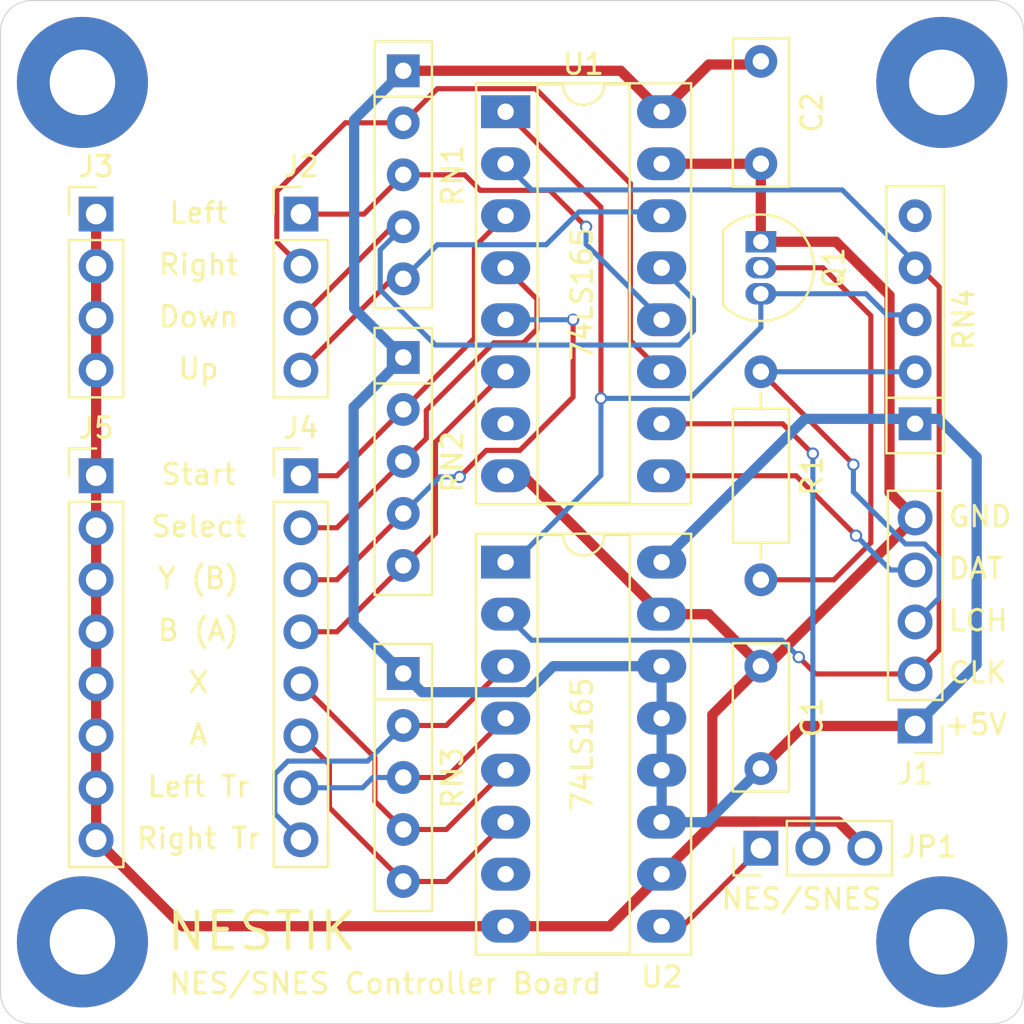
<source format=kicad_pcb>
(kicad_pcb (version 20171130) (host pcbnew 5.1.10)

  (general
    (thickness 1.6)
    (drawings 30)
    (tracks 210)
    (zones 0)
    (modules 20)
    (nets 22)
  )

  (page A4)
  (title_block
    (title Nestik)
    (date 2021-06-09)
    (rev 1)
    (company "Ozzypera Sukkoboshi")
  )

  (layers
    (0 F.Cu signal)
    (31 B.Cu signal)
    (32 B.Adhes user)
    (33 F.Adhes user)
    (34 B.Paste user)
    (35 F.Paste user)
    (36 B.SilkS user)
    (37 F.SilkS user)
    (38 B.Mask user)
    (39 F.Mask user)
    (40 Dwgs.User user)
    (41 Cmts.User user)
    (42 Eco1.User user)
    (43 Eco2.User user)
    (44 Edge.Cuts user)
    (45 Margin user)
    (46 B.CrtYd user hide)
    (47 F.CrtYd user hide)
    (48 B.Fab user hide)
    (49 F.Fab user hide)
  )

  (setup
    (last_trace_width 0.25)
    (user_trace_width 0.25)
    (user_trace_width 0.5)
    (trace_clearance 0.2)
    (zone_clearance 0.508)
    (zone_45_only no)
    (trace_min 0.2)
    (via_size 0.6)
    (via_drill 0.4)
    (via_min_size 0.4)
    (via_min_drill 0.3)
    (uvia_size 0.3)
    (uvia_drill 0.1)
    (uvias_allowed no)
    (uvia_min_size 0.2)
    (uvia_min_drill 0.1)
    (edge_width 0.05)
    (segment_width 0.2)
    (pcb_text_width 0.3)
    (pcb_text_size 1.5 1.5)
    (mod_edge_width 0.12)
    (mod_text_size 1 1)
    (mod_text_width 0.15)
    (pad_size 1.524 1.524)
    (pad_drill 0.762)
    (pad_to_mask_clearance 0)
    (aux_axis_origin 100.33 149.5425)
    (grid_origin 100.33 149.5425)
    (visible_elements FFFFFF7F)
    (pcbplotparams
      (layerselection 0x010f4_ffffffff)
      (usegerberextensions false)
      (usegerberattributes true)
      (usegerberadvancedattributes true)
      (creategerberjobfile true)
      (excludeedgelayer true)
      (linewidth 0.100000)
      (plotframeref false)
      (viasonmask false)
      (mode 1)
      (useauxorigin false)
      (hpglpennumber 1)
      (hpglpenspeed 20)
      (hpglpendiameter 15.000000)
      (psnegative false)
      (psa4output false)
      (plotreference true)
      (plotvalue true)
      (plotinvisibletext false)
      (padsonsilk false)
      (subtractmaskfromsilk false)
      (outputformat 1)
      (mirror false)
      (drillshape 0)
      (scaleselection 1)
      (outputdirectory "gerbers"))
  )

  (net 0 "")
  (net 1 VCC)
  (net 2 GND)
  (net 3 /clock)
  (net 4 /latch)
  (net 5 /data)
  (net 6 /btn_l)
  (net 7 /btn_r)
  (net 8 /btn_d)
  (net 9 /btn_u)
  (net 10 /btn_st)
  (net 11 /btn_sel)
  (net 12 /btn_y)
  (net 13 /btn_b)
  (net 14 /btn_x)
  (net 15 /btn_a)
  (net 16 /btn_fl)
  (net 17 /btn_fr)
  (net 18 "Net-(JP1-Pad1)")
  (net 19 "Net-(JP1-Pad2)")
  (net 20 "Net-(Q1-Pad2)")
  (net 21 "Net-(Q1-Pad3)")

  (net_class Default "This is the default net class."
    (clearance 0.2)
    (trace_width 0.25)
    (via_dia 0.6)
    (via_drill 0.4)
    (uvia_dia 0.3)
    (uvia_drill 0.1)
    (add_net /btn_a)
    (add_net /btn_b)
    (add_net /btn_d)
    (add_net /btn_fl)
    (add_net /btn_fr)
    (add_net /btn_l)
    (add_net /btn_r)
    (add_net /btn_sel)
    (add_net /btn_st)
    (add_net /btn_u)
    (add_net /btn_x)
    (add_net /btn_y)
    (add_net /clock)
    (add_net /data)
    (add_net /latch)
    (add_net "Net-(JP1-Pad1)")
    (add_net "Net-(JP1-Pad2)")
    (add_net "Net-(Q1-Pad2)")
    (add_net "Net-(Q1-Pad3)")
  )

  (net_class Powah ""
    (clearance 0.2)
    (trace_width 0.5)
    (via_dia 0.8)
    (via_drill 0.6)
    (uvia_dia 0.3)
    (uvia_drill 0.1)
    (add_net GND)
    (add_net VCC)
  )

  (module Capacitor_THT:C_Disc_D7.0mm_W2.5mm_P5.00mm (layer F.Cu) (tedit 5AE50EF0) (tstamp 60BA283A)
    (at 137.4648 137.08 90)
    (descr "C, Disc series, Radial, pin pitch=5.00mm, , diameter*width=7*2.5mm^2, Capacitor, http://cdn-reichelt.de/documents/datenblatt/B300/DS_KERKO_TC.pdf")
    (tags "C Disc series Radial pin pitch 5.00mm  diameter 7mm width 2.5mm Capacitor")
    (path /60FBB144)
    (fp_text reference C1 (at 2.499999 2.5 90) (layer F.SilkS)
      (effects (font (size 1 1) (thickness 0.15)))
    )
    (fp_text value 100n (at 2.5 2.5 90) (layer F.Fab)
      (effects (font (size 1 1) (thickness 0.15)))
    )
    (fp_line (start 6.25 -1.5) (end -1.25 -1.5) (layer F.CrtYd) (width 0.05))
    (fp_line (start 6.25 1.5) (end 6.25 -1.5) (layer F.CrtYd) (width 0.05))
    (fp_line (start -1.25 1.5) (end 6.25 1.5) (layer F.CrtYd) (width 0.05))
    (fp_line (start -1.25 -1.5) (end -1.25 1.5) (layer F.CrtYd) (width 0.05))
    (fp_line (start 6.12 -1.37) (end 6.12 1.37) (layer F.SilkS) (width 0.12))
    (fp_line (start -1.12 -1.37) (end -1.12 1.37) (layer F.SilkS) (width 0.12))
    (fp_line (start -1.12 1.37) (end 6.12 1.37) (layer F.SilkS) (width 0.12))
    (fp_line (start -1.12 -1.37) (end 6.12 -1.37) (layer F.SilkS) (width 0.12))
    (fp_line (start 6 -1.25) (end -1 -1.25) (layer F.Fab) (width 0.1))
    (fp_line (start 6 1.25) (end 6 -1.25) (layer F.Fab) (width 0.1))
    (fp_line (start -1 1.25) (end 6 1.25) (layer F.Fab) (width 0.1))
    (fp_line (start -1 -1.25) (end -1 1.25) (layer F.Fab) (width 0.1))
    (fp_text user %R (at 2.5 0 90) (layer F.Fab)
      (effects (font (size 1 1) (thickness 0.15)))
    )
    (pad 2 thru_hole circle (at 5 0 90) (size 1.6 1.6) (drill 0.8) (layers *.Cu *.Mask)
      (net 2 GND))
    (pad 1 thru_hole circle (at 0 0 90) (size 1.6 1.6) (drill 0.8) (layers *.Cu *.Mask)
      (net 1 VCC))
    (model ${KISYS3DMOD}/Capacitor_THT.3dshapes/C_Disc_D7.0mm_W2.5mm_P5.00mm.wrl
      (at (xyz 0 0 0))
      (scale (xyz 1 1 1))
      (rotate (xyz 0 0 0))
    )
  )

  (module Capacitor_THT:C_Disc_D7.0mm_W2.5mm_P5.00mm (layer F.Cu) (tedit 5AE50EF0) (tstamp 60BA284D)
    (at 137.4648 102.54 270)
    (descr "C, Disc series, Radial, pin pitch=5.00mm, , diameter*width=7*2.5mm^2, Capacitor, http://cdn-reichelt.de/documents/datenblatt/B300/DS_KERKO_TC.pdf")
    (tags "C Disc series Radial pin pitch 5.00mm  diameter 7mm width 2.5mm Capacitor")
    (path /60FBD9CC)
    (fp_text reference C2 (at 2.500001 -2.5 90) (layer F.SilkS)
      (effects (font (size 1 1) (thickness 0.15)))
    )
    (fp_text value 100n (at 2.5 2.5 90) (layer F.Fab)
      (effects (font (size 1 1) (thickness 0.15)))
    )
    (fp_line (start -1 -1.25) (end -1 1.25) (layer F.Fab) (width 0.1))
    (fp_line (start -1 1.25) (end 6 1.25) (layer F.Fab) (width 0.1))
    (fp_line (start 6 1.25) (end 6 -1.25) (layer F.Fab) (width 0.1))
    (fp_line (start 6 -1.25) (end -1 -1.25) (layer F.Fab) (width 0.1))
    (fp_line (start -1.12 -1.37) (end 6.12 -1.37) (layer F.SilkS) (width 0.12))
    (fp_line (start -1.12 1.37) (end 6.12 1.37) (layer F.SilkS) (width 0.12))
    (fp_line (start -1.12 -1.37) (end -1.12 1.37) (layer F.SilkS) (width 0.12))
    (fp_line (start 6.12 -1.37) (end 6.12 1.37) (layer F.SilkS) (width 0.12))
    (fp_line (start -1.25 -1.5) (end -1.25 1.5) (layer F.CrtYd) (width 0.05))
    (fp_line (start -1.25 1.5) (end 6.25 1.5) (layer F.CrtYd) (width 0.05))
    (fp_line (start 6.25 1.5) (end 6.25 -1.5) (layer F.CrtYd) (width 0.05))
    (fp_line (start 6.25 -1.5) (end -1.25 -1.5) (layer F.CrtYd) (width 0.05))
    (fp_text user %R (at 2.5 0 90) (layer F.Fab)
      (effects (font (size 1 1) (thickness 0.15)))
    )
    (pad 1 thru_hole circle (at 0 0 270) (size 1.6 1.6) (drill 0.8) (layers *.Cu *.Mask)
      (net 1 VCC))
    (pad 2 thru_hole circle (at 5 0 270) (size 1.6 1.6) (drill 0.8) (layers *.Cu *.Mask)
      (net 2 GND))
    (model ${KISYS3DMOD}/Capacitor_THT.3dshapes/C_Disc_D7.0mm_W2.5mm_P5.00mm.wrl
      (at (xyz 0 0 0))
      (scale (xyz 1 1 1))
      (rotate (xyz 0 0 0))
    )
  )

  (module Connector_PinHeader_2.54mm:PinHeader_1x05_P2.54mm_Vertical (layer F.Cu) (tedit 59FED5CC) (tstamp 60BA2866)
    (at 145 135 180)
    (descr "Through hole straight pin header, 1x05, 2.54mm pitch, single row")
    (tags "Through hole pin header THT 1x05 2.54mm single row")
    (path /61049364)
    (fp_text reference J1 (at 0 -2.33) (layer F.SilkS)
      (effects (font (size 1 1) (thickness 0.15)))
    )
    (fp_text value CONN_EXT (at 0 12.49) (layer F.Fab)
      (effects (font (size 1 1) (thickness 0.15)))
    )
    (fp_line (start -0.635 -1.27) (end 1.27 -1.27) (layer F.Fab) (width 0.1))
    (fp_line (start 1.27 -1.27) (end 1.27 11.43) (layer F.Fab) (width 0.1))
    (fp_line (start 1.27 11.43) (end -1.27 11.43) (layer F.Fab) (width 0.1))
    (fp_line (start -1.27 11.43) (end -1.27 -0.635) (layer F.Fab) (width 0.1))
    (fp_line (start -1.27 -0.635) (end -0.635 -1.27) (layer F.Fab) (width 0.1))
    (fp_line (start -1.33 11.49) (end 1.33 11.49) (layer F.SilkS) (width 0.12))
    (fp_line (start -1.33 1.27) (end -1.33 11.49) (layer F.SilkS) (width 0.12))
    (fp_line (start 1.33 1.27) (end 1.33 11.49) (layer F.SilkS) (width 0.12))
    (fp_line (start -1.33 1.27) (end 1.33 1.27) (layer F.SilkS) (width 0.12))
    (fp_line (start -1.33 0) (end -1.33 -1.33) (layer F.SilkS) (width 0.12))
    (fp_line (start -1.33 -1.33) (end 0 -1.33) (layer F.SilkS) (width 0.12))
    (fp_line (start -1.8 -1.8) (end -1.8 11.95) (layer F.CrtYd) (width 0.05))
    (fp_line (start -1.8 11.95) (end 1.8 11.95) (layer F.CrtYd) (width 0.05))
    (fp_line (start 1.8 11.95) (end 1.8 -1.8) (layer F.CrtYd) (width 0.05))
    (fp_line (start 1.8 -1.8) (end -1.8 -1.8) (layer F.CrtYd) (width 0.05))
    (fp_text user %R (at 0 5.08 90) (layer F.Fab)
      (effects (font (size 1 1) (thickness 0.15)))
    )
    (pad 1 thru_hole rect (at 0 0 180) (size 1.7 1.7) (drill 1) (layers *.Cu *.Mask)
      (net 1 VCC))
    (pad 2 thru_hole oval (at 0 2.54 180) (size 1.7 1.7) (drill 1) (layers *.Cu *.Mask)
      (net 3 /clock))
    (pad 3 thru_hole oval (at 0 5.08 180) (size 1.7 1.7) (drill 1) (layers *.Cu *.Mask)
      (net 4 /latch))
    (pad 4 thru_hole oval (at 0 7.62 180) (size 1.7 1.7) (drill 1) (layers *.Cu *.Mask)
      (net 5 /data))
    (pad 5 thru_hole oval (at 0 10.16 180) (size 1.7 1.7) (drill 1) (layers *.Cu *.Mask)
      (net 2 GND))
    (model ${KISYS3DMOD}/Connector_PinHeader_2.54mm.3dshapes/PinHeader_1x05_P2.54mm_Vertical.wrl
      (at (xyz 0 0 0))
      (scale (xyz 1 1 1))
      (rotate (xyz 0 0 0))
    )
  )

  (module Connector_PinHeader_2.54mm:PinHeader_1x04_P2.54mm_Vertical (layer F.Cu) (tedit 59FED5CC) (tstamp 60BA287E)
    (at 115 110)
    (descr "Through hole straight pin header, 1x04, 2.54mm pitch, single row")
    (tags "Through hole pin header THT 1x04 2.54mm single row")
    (path /610BF5EF)
    (fp_text reference J2 (at 0 -2.33) (layer F.SilkS)
      (effects (font (size 1 1) (thickness 0.15)))
    )
    (fp_text value CONN_DIRS (at 0 9.95) (layer F.Fab)
      (effects (font (size 1 1) (thickness 0.15)))
    )
    (fp_line (start -0.635 -1.27) (end 1.27 -1.27) (layer F.Fab) (width 0.1))
    (fp_line (start 1.27 -1.27) (end 1.27 8.89) (layer F.Fab) (width 0.1))
    (fp_line (start 1.27 8.89) (end -1.27 8.89) (layer F.Fab) (width 0.1))
    (fp_line (start -1.27 8.89) (end -1.27 -0.635) (layer F.Fab) (width 0.1))
    (fp_line (start -1.27 -0.635) (end -0.635 -1.27) (layer F.Fab) (width 0.1))
    (fp_line (start -1.33 8.95) (end 1.33 8.95) (layer F.SilkS) (width 0.12))
    (fp_line (start -1.33 1.27) (end -1.33 8.95) (layer F.SilkS) (width 0.12))
    (fp_line (start 1.33 1.27) (end 1.33 8.95) (layer F.SilkS) (width 0.12))
    (fp_line (start -1.33 1.27) (end 1.33 1.27) (layer F.SilkS) (width 0.12))
    (fp_line (start -1.33 0) (end -1.33 -1.33) (layer F.SilkS) (width 0.12))
    (fp_line (start -1.33 -1.33) (end 0 -1.33) (layer F.SilkS) (width 0.12))
    (fp_line (start -1.8 -1.8) (end -1.8 9.4) (layer F.CrtYd) (width 0.05))
    (fp_line (start -1.8 9.4) (end 1.8 9.4) (layer F.CrtYd) (width 0.05))
    (fp_line (start 1.8 9.4) (end 1.8 -1.8) (layer F.CrtYd) (width 0.05))
    (fp_line (start 1.8 -1.8) (end -1.8 -1.8) (layer F.CrtYd) (width 0.05))
    (fp_text user %R (at 0 3.81 90) (layer F.Fab)
      (effects (font (size 1 1) (thickness 0.15)))
    )
    (pad 1 thru_hole rect (at 0 0) (size 1.7 1.7) (drill 1) (layers *.Cu *.Mask)
      (net 6 /btn_l))
    (pad 2 thru_hole oval (at 0 2.54) (size 1.7 1.7) (drill 1) (layers *.Cu *.Mask)
      (net 7 /btn_r))
    (pad 3 thru_hole oval (at 0 5.08) (size 1.7 1.7) (drill 1) (layers *.Cu *.Mask)
      (net 8 /btn_d))
    (pad 4 thru_hole oval (at 0 7.62) (size 1.7 1.7) (drill 1) (layers *.Cu *.Mask)
      (net 9 /btn_u))
    (model ${KISYS3DMOD}/Connector_PinHeader_2.54mm.3dshapes/PinHeader_1x04_P2.54mm_Vertical.wrl
      (at (xyz 0 0 0))
      (scale (xyz 1 1 1))
      (rotate (xyz 0 0 0))
    )
  )

  (module Connector_PinHeader_2.54mm:PinHeader_1x04_P2.54mm_Vertical (layer F.Cu) (tedit 59FED5CC) (tstamp 60BA2896)
    (at 105 110)
    (descr "Through hole straight pin header, 1x04, 2.54mm pitch, single row")
    (tags "Through hole pin header THT 1x04 2.54mm single row")
    (path /610E72A3)
    (fp_text reference J3 (at 0 -2.33) (layer F.SilkS)
      (effects (font (size 1 1) (thickness 0.15)))
    )
    (fp_text value CONN_DGND (at 0 9.95) (layer F.Fab)
      (effects (font (size 1 1) (thickness 0.15)))
    )
    (fp_line (start 1.8 -1.8) (end -1.8 -1.8) (layer F.CrtYd) (width 0.05))
    (fp_line (start 1.8 9.4) (end 1.8 -1.8) (layer F.CrtYd) (width 0.05))
    (fp_line (start -1.8 9.4) (end 1.8 9.4) (layer F.CrtYd) (width 0.05))
    (fp_line (start -1.8 -1.8) (end -1.8 9.4) (layer F.CrtYd) (width 0.05))
    (fp_line (start -1.33 -1.33) (end 0 -1.33) (layer F.SilkS) (width 0.12))
    (fp_line (start -1.33 0) (end -1.33 -1.33) (layer F.SilkS) (width 0.12))
    (fp_line (start -1.33 1.27) (end 1.33 1.27) (layer F.SilkS) (width 0.12))
    (fp_line (start 1.33 1.27) (end 1.33 8.95) (layer F.SilkS) (width 0.12))
    (fp_line (start -1.33 1.27) (end -1.33 8.95) (layer F.SilkS) (width 0.12))
    (fp_line (start -1.33 8.95) (end 1.33 8.95) (layer F.SilkS) (width 0.12))
    (fp_line (start -1.27 -0.635) (end -0.635 -1.27) (layer F.Fab) (width 0.1))
    (fp_line (start -1.27 8.89) (end -1.27 -0.635) (layer F.Fab) (width 0.1))
    (fp_line (start 1.27 8.89) (end -1.27 8.89) (layer F.Fab) (width 0.1))
    (fp_line (start 1.27 -1.27) (end 1.27 8.89) (layer F.Fab) (width 0.1))
    (fp_line (start -0.635 -1.27) (end 1.27 -1.27) (layer F.Fab) (width 0.1))
    (fp_text user %R (at 0 3.81 90) (layer F.Fab)
      (effects (font (size 1 1) (thickness 0.15)))
    )
    (pad 4 thru_hole oval (at 0 7.62) (size 1.7 1.7) (drill 1) (layers *.Cu *.Mask)
      (net 2 GND))
    (pad 3 thru_hole oval (at 0 5.08) (size 1.7 1.7) (drill 1) (layers *.Cu *.Mask)
      (net 2 GND))
    (pad 2 thru_hole oval (at 0 2.54) (size 1.7 1.7) (drill 1) (layers *.Cu *.Mask)
      (net 2 GND))
    (pad 1 thru_hole rect (at 0 0) (size 1.7 1.7) (drill 1) (layers *.Cu *.Mask)
      (net 2 GND))
    (model ${KISYS3DMOD}/Connector_PinHeader_2.54mm.3dshapes/PinHeader_1x04_P2.54mm_Vertical.wrl
      (at (xyz 0 0 0))
      (scale (xyz 1 1 1))
      (rotate (xyz 0 0 0))
    )
  )

  (module Connector_PinHeader_2.54mm:PinHeader_1x08_P2.54mm_Vertical (layer F.Cu) (tedit 59FED5CC) (tstamp 60BA28B2)
    (at 115 122.7775)
    (descr "Through hole straight pin header, 1x08, 2.54mm pitch, single row")
    (tags "Through hole pin header THT 1x08 2.54mm single row")
    (path /610DB107)
    (fp_text reference J4 (at 0 -2.33) (layer F.SilkS)
      (effects (font (size 1 1) (thickness 0.15)))
    )
    (fp_text value CONN_BTNS (at 0 20.11) (layer F.Fab)
      (effects (font (size 1 1) (thickness 0.15)))
    )
    (fp_line (start -0.635 -1.27) (end 1.27 -1.27) (layer F.Fab) (width 0.1))
    (fp_line (start 1.27 -1.27) (end 1.27 19.05) (layer F.Fab) (width 0.1))
    (fp_line (start 1.27 19.05) (end -1.27 19.05) (layer F.Fab) (width 0.1))
    (fp_line (start -1.27 19.05) (end -1.27 -0.635) (layer F.Fab) (width 0.1))
    (fp_line (start -1.27 -0.635) (end -0.635 -1.27) (layer F.Fab) (width 0.1))
    (fp_line (start -1.33 19.11) (end 1.33 19.11) (layer F.SilkS) (width 0.12))
    (fp_line (start -1.33 1.27) (end -1.33 19.11) (layer F.SilkS) (width 0.12))
    (fp_line (start 1.33 1.27) (end 1.33 19.11) (layer F.SilkS) (width 0.12))
    (fp_line (start -1.33 1.27) (end 1.33 1.27) (layer F.SilkS) (width 0.12))
    (fp_line (start -1.33 0) (end -1.33 -1.33) (layer F.SilkS) (width 0.12))
    (fp_line (start -1.33 -1.33) (end 0 -1.33) (layer F.SilkS) (width 0.12))
    (fp_line (start -1.8 -1.8) (end -1.8 19.55) (layer F.CrtYd) (width 0.05))
    (fp_line (start -1.8 19.55) (end 1.8 19.55) (layer F.CrtYd) (width 0.05))
    (fp_line (start 1.8 19.55) (end 1.8 -1.8) (layer F.CrtYd) (width 0.05))
    (fp_line (start 1.8 -1.8) (end -1.8 -1.8) (layer F.CrtYd) (width 0.05))
    (fp_text user %R (at 0 8.89 90) (layer F.Fab)
      (effects (font (size 1 1) (thickness 0.15)))
    )
    (pad 1 thru_hole rect (at 0 0) (size 1.7 1.7) (drill 1) (layers *.Cu *.Mask)
      (net 10 /btn_st))
    (pad 2 thru_hole oval (at 0 2.54) (size 1.7 1.7) (drill 1) (layers *.Cu *.Mask)
      (net 11 /btn_sel))
    (pad 3 thru_hole oval (at 0 5.08) (size 1.7 1.7) (drill 1) (layers *.Cu *.Mask)
      (net 12 /btn_y))
    (pad 4 thru_hole oval (at 0 7.62) (size 1.7 1.7) (drill 1) (layers *.Cu *.Mask)
      (net 13 /btn_b))
    (pad 5 thru_hole oval (at 0 10.16) (size 1.7 1.7) (drill 1) (layers *.Cu *.Mask)
      (net 14 /btn_x))
    (pad 6 thru_hole oval (at 0 12.7) (size 1.7 1.7) (drill 1) (layers *.Cu *.Mask)
      (net 15 /btn_a))
    (pad 7 thru_hole oval (at 0 15.24) (size 1.7 1.7) (drill 1) (layers *.Cu *.Mask)
      (net 16 /btn_fl))
    (pad 8 thru_hole oval (at 0 17.78) (size 1.7 1.7) (drill 1) (layers *.Cu *.Mask)
      (net 17 /btn_fr))
    (model ${KISYS3DMOD}/Connector_PinHeader_2.54mm.3dshapes/PinHeader_1x08_P2.54mm_Vertical.wrl
      (at (xyz 0 0 0))
      (scale (xyz 1 1 1))
      (rotate (xyz 0 0 0))
    )
  )

  (module Connector_PinHeader_2.54mm:PinHeader_1x08_P2.54mm_Vertical (layer F.Cu) (tedit 59FED5CC) (tstamp 60BA28CE)
    (at 105 122.7775)
    (descr "Through hole straight pin header, 1x08, 2.54mm pitch, single row")
    (tags "Through hole pin header THT 1x08 2.54mm single row")
    (path /610E75B1)
    (fp_text reference J5 (at 0 -2.33) (layer F.SilkS)
      (effects (font (size 1 1) (thickness 0.15)))
    )
    (fp_text value CONN_BGND (at 0 20.11) (layer F.Fab)
      (effects (font (size 1 1) (thickness 0.15)))
    )
    (fp_line (start 1.8 -1.8) (end -1.8 -1.8) (layer F.CrtYd) (width 0.05))
    (fp_line (start 1.8 19.55) (end 1.8 -1.8) (layer F.CrtYd) (width 0.05))
    (fp_line (start -1.8 19.55) (end 1.8 19.55) (layer F.CrtYd) (width 0.05))
    (fp_line (start -1.8 -1.8) (end -1.8 19.55) (layer F.CrtYd) (width 0.05))
    (fp_line (start -1.33 -1.33) (end 0 -1.33) (layer F.SilkS) (width 0.12))
    (fp_line (start -1.33 0) (end -1.33 -1.33) (layer F.SilkS) (width 0.12))
    (fp_line (start -1.33 1.27) (end 1.33 1.27) (layer F.SilkS) (width 0.12))
    (fp_line (start 1.33 1.27) (end 1.33 19.11) (layer F.SilkS) (width 0.12))
    (fp_line (start -1.33 1.27) (end -1.33 19.11) (layer F.SilkS) (width 0.12))
    (fp_line (start -1.33 19.11) (end 1.33 19.11) (layer F.SilkS) (width 0.12))
    (fp_line (start -1.27 -0.635) (end -0.635 -1.27) (layer F.Fab) (width 0.1))
    (fp_line (start -1.27 19.05) (end -1.27 -0.635) (layer F.Fab) (width 0.1))
    (fp_line (start 1.27 19.05) (end -1.27 19.05) (layer F.Fab) (width 0.1))
    (fp_line (start 1.27 -1.27) (end 1.27 19.05) (layer F.Fab) (width 0.1))
    (fp_line (start -0.635 -1.27) (end 1.27 -1.27) (layer F.Fab) (width 0.1))
    (fp_text user %R (at 0 8.89 90) (layer F.Fab)
      (effects (font (size 1 1) (thickness 0.15)))
    )
    (pad 8 thru_hole oval (at 0 17.78) (size 1.7 1.7) (drill 1) (layers *.Cu *.Mask)
      (net 2 GND))
    (pad 7 thru_hole oval (at 0 15.24) (size 1.7 1.7) (drill 1) (layers *.Cu *.Mask)
      (net 2 GND))
    (pad 6 thru_hole oval (at 0 12.7) (size 1.7 1.7) (drill 1) (layers *.Cu *.Mask)
      (net 2 GND))
    (pad 5 thru_hole oval (at 0 10.16) (size 1.7 1.7) (drill 1) (layers *.Cu *.Mask)
      (net 2 GND))
    (pad 4 thru_hole oval (at 0 7.62) (size 1.7 1.7) (drill 1) (layers *.Cu *.Mask)
      (net 2 GND))
    (pad 3 thru_hole oval (at 0 5.08) (size 1.7 1.7) (drill 1) (layers *.Cu *.Mask)
      (net 2 GND))
    (pad 2 thru_hole oval (at 0 2.54) (size 1.7 1.7) (drill 1) (layers *.Cu *.Mask)
      (net 2 GND))
    (pad 1 thru_hole rect (at 0 0) (size 1.7 1.7) (drill 1) (layers *.Cu *.Mask)
      (net 2 GND))
    (model ${KISYS3DMOD}/Connector_PinHeader_2.54mm.3dshapes/PinHeader_1x08_P2.54mm_Vertical.wrl
      (at (xyz 0 0 0))
      (scale (xyz 1 1 1))
      (rotate (xyz 0 0 0))
    )
  )

  (module Connector_PinHeader_2.54mm:PinHeader_1x03_P2.54mm_Vertical (layer F.Cu) (tedit 59FED5CC) (tstamp 60BA28E5)
    (at 137.4648 140.97 90)
    (descr "Through hole straight pin header, 1x03, 2.54mm pitch, single row")
    (tags "Through hole pin header THT 1x03 2.54mm single row")
    (path /60FEB446)
    (fp_text reference JP1 (at 0.0675 8.2042 180) (layer F.SilkS)
      (effects (font (size 1 1) (thickness 0.15)))
    )
    (fp_text value JP_MODE (at 0 7.41 90) (layer F.Fab)
      (effects (font (size 1 1) (thickness 0.15)))
    )
    (fp_line (start -0.635 -1.27) (end 1.27 -1.27) (layer F.Fab) (width 0.1))
    (fp_line (start 1.27 -1.27) (end 1.27 6.35) (layer F.Fab) (width 0.1))
    (fp_line (start 1.27 6.35) (end -1.27 6.35) (layer F.Fab) (width 0.1))
    (fp_line (start -1.27 6.35) (end -1.27 -0.635) (layer F.Fab) (width 0.1))
    (fp_line (start -1.27 -0.635) (end -0.635 -1.27) (layer F.Fab) (width 0.1))
    (fp_line (start -1.33 6.41) (end 1.33 6.41) (layer F.SilkS) (width 0.12))
    (fp_line (start -1.33 1.27) (end -1.33 6.41) (layer F.SilkS) (width 0.12))
    (fp_line (start 1.33 1.27) (end 1.33 6.41) (layer F.SilkS) (width 0.12))
    (fp_line (start -1.33 1.27) (end 1.33 1.27) (layer F.SilkS) (width 0.12))
    (fp_line (start -1.33 0) (end -1.33 -1.33) (layer F.SilkS) (width 0.12))
    (fp_line (start -1.33 -1.33) (end 0 -1.33) (layer F.SilkS) (width 0.12))
    (fp_line (start -1.8 -1.8) (end -1.8 6.85) (layer F.CrtYd) (width 0.05))
    (fp_line (start -1.8 6.85) (end 1.8 6.85) (layer F.CrtYd) (width 0.05))
    (fp_line (start 1.8 6.85) (end 1.8 -1.8) (layer F.CrtYd) (width 0.05))
    (fp_line (start 1.8 -1.8) (end -1.8 -1.8) (layer F.CrtYd) (width 0.05))
    (fp_text user %R (at 0 2.54) (layer F.Fab)
      (effects (font (size 1 1) (thickness 0.15)))
    )
    (pad 1 thru_hole rect (at 0 0 90) (size 1.7 1.7) (drill 1) (layers *.Cu *.Mask)
      (net 18 "Net-(JP1-Pad1)"))
    (pad 2 thru_hole oval (at 0 2.54 90) (size 1.7 1.7) (drill 1) (layers *.Cu *.Mask)
      (net 19 "Net-(JP1-Pad2)"))
    (pad 3 thru_hole oval (at 0 5.08 90) (size 1.7 1.7) (drill 1) (layers *.Cu *.Mask)
      (net 2 GND))
    (model ${KISYS3DMOD}/Connector_PinHeader_2.54mm.3dshapes/PinHeader_1x03_P2.54mm_Vertical.wrl
      (at (xyz 0 0 0))
      (scale (xyz 1 1 1))
      (rotate (xyz 0 0 0))
    )
  )

  (module Package_TO_SOT_THT:TO-92_Inline (layer F.Cu) (tedit 5A1DD157) (tstamp 60BA483B)
    (at 137.4648 111.35 270)
    (descr "TO-92 leads in-line, narrow, oval pads, drill 0.75mm (see NXP sot054_po.pdf)")
    (tags "to-92 sc-43 sc-43a sot54 PA33 transistor")
    (path /60FFC023)
    (fp_text reference Q1 (at 1.27 -3.56 90) (layer F.SilkS)
      (effects (font (size 1 1) (thickness 0.15)))
    )
    (fp_text value 2N3904 (at 1.27 2.79 90) (layer F.Fab)
      (effects (font (size 1 1) (thickness 0.15)))
    )
    (fp_line (start -0.53 1.85) (end 3.07 1.85) (layer F.SilkS) (width 0.12))
    (fp_line (start -0.5 1.75) (end 3 1.75) (layer F.Fab) (width 0.1))
    (fp_line (start -1.46 -2.73) (end 4 -2.73) (layer F.CrtYd) (width 0.05))
    (fp_line (start -1.46 -2.73) (end -1.46 2.01) (layer F.CrtYd) (width 0.05))
    (fp_line (start 4 2.01) (end 4 -2.73) (layer F.CrtYd) (width 0.05))
    (fp_line (start 4 2.01) (end -1.46 2.01) (layer F.CrtYd) (width 0.05))
    (fp_text user %R (at 1.27 0 90) (layer F.Fab)
      (effects (font (size 1 1) (thickness 0.15)))
    )
    (fp_arc (start 1.27 0) (end 1.27 -2.48) (angle 135) (layer F.Fab) (width 0.1))
    (fp_arc (start 1.27 0) (end 1.27 -2.6) (angle -135) (layer F.SilkS) (width 0.12))
    (fp_arc (start 1.27 0) (end 1.27 -2.48) (angle -135) (layer F.Fab) (width 0.1))
    (fp_arc (start 1.27 0) (end 1.27 -2.6) (angle 135) (layer F.SilkS) (width 0.12))
    (pad 2 thru_hole oval (at 1.27 0 270) (size 1.05 1.5) (drill 0.75) (layers *.Cu *.Mask)
      (net 20 "Net-(Q1-Pad2)"))
    (pad 3 thru_hole oval (at 2.54 0 270) (size 1.05 1.5) (drill 0.75) (layers *.Cu *.Mask)
      (net 21 "Net-(Q1-Pad3)"))
    (pad 1 thru_hole rect (at 0 0 270) (size 1.05 1.5) (drill 0.75) (layers *.Cu *.Mask)
      (net 2 GND))
    (model ${KISYS3DMOD}/Package_TO_SOT_THT.3dshapes/TO-92_Inline.wrl
      (at (xyz 0 0 0))
      (scale (xyz 1 1 1))
      (rotate (xyz 0 0 0))
    )
  )

  (module Resistor_THT:R_Axial_DIN0207_L6.3mm_D2.5mm_P10.16mm_Horizontal (layer F.Cu) (tedit 5AE5139B) (tstamp 60BA290E)
    (at 137.4648 127.86 90)
    (descr "Resistor, Axial_DIN0207 series, Axial, Horizontal, pin pitch=10.16mm, 0.25W = 1/4W, length*diameter=6.3*2.5mm^2, http://cdn-reichelt.de/documents/datenblatt/B400/1_4W%23YAG.pdf")
    (tags "Resistor Axial_DIN0207 series Axial Horizontal pin pitch 10.16mm 0.25W = 1/4W length 6.3mm diameter 2.5mm")
    (path /61016196)
    (fp_text reference R1 (at 5.079999 2.5 90) (layer F.SilkS)
      (effects (font (size 1 1) (thickness 0.15)))
    )
    (fp_text value 10k (at 5.08 2.37 90) (layer F.Fab)
      (effects (font (size 1 1) (thickness 0.15)))
    )
    (fp_line (start 11.21 -1.5) (end -1.05 -1.5) (layer F.CrtYd) (width 0.05))
    (fp_line (start 11.21 1.5) (end 11.21 -1.5) (layer F.CrtYd) (width 0.05))
    (fp_line (start -1.05 1.5) (end 11.21 1.5) (layer F.CrtYd) (width 0.05))
    (fp_line (start -1.05 -1.5) (end -1.05 1.5) (layer F.CrtYd) (width 0.05))
    (fp_line (start 9.12 0) (end 8.35 0) (layer F.SilkS) (width 0.12))
    (fp_line (start 1.04 0) (end 1.81 0) (layer F.SilkS) (width 0.12))
    (fp_line (start 8.35 -1.37) (end 1.81 -1.37) (layer F.SilkS) (width 0.12))
    (fp_line (start 8.35 1.37) (end 8.35 -1.37) (layer F.SilkS) (width 0.12))
    (fp_line (start 1.81 1.37) (end 8.35 1.37) (layer F.SilkS) (width 0.12))
    (fp_line (start 1.81 -1.37) (end 1.81 1.37) (layer F.SilkS) (width 0.12))
    (fp_line (start 10.16 0) (end 8.23 0) (layer F.Fab) (width 0.1))
    (fp_line (start 0 0) (end 1.93 0) (layer F.Fab) (width 0.1))
    (fp_line (start 8.23 -1.25) (end 1.93 -1.25) (layer F.Fab) (width 0.1))
    (fp_line (start 8.23 1.25) (end 8.23 -1.25) (layer F.Fab) (width 0.1))
    (fp_line (start 1.93 1.25) (end 8.23 1.25) (layer F.Fab) (width 0.1))
    (fp_line (start 1.93 -1.25) (end 1.93 1.25) (layer F.Fab) (width 0.1))
    (fp_text user %R (at 5.08 0 270) (layer F.Fab)
      (effects (font (size 1 1) (thickness 0.15)))
    )
    (pad 2 thru_hole oval (at 10.16 0 90) (size 1.6 1.6) (drill 0.8) (layers *.Cu *.Mask)
      (net 4 /latch))
    (pad 1 thru_hole circle (at 0 0 90) (size 1.6 1.6) (drill 0.8) (layers *.Cu *.Mask)
      (net 20 "Net-(Q1-Pad2)"))
    (model ${KISYS3DMOD}/Resistor_THT.3dshapes/R_Axial_DIN0207_L6.3mm_D2.5mm_P10.16mm_Horizontal.wrl
      (at (xyz 0 0 0))
      (scale (xyz 1 1 1))
      (rotate (xyz 0 0 0))
    )
  )

  (module Resistor_THT:R_Array_SIP5 (layer F.Cu) (tedit 5A14249F) (tstamp 60BA2926)
    (at 120 103 270)
    (descr "5-pin Resistor SIP pack")
    (tags R)
    (path /60FD1904)
    (fp_text reference RN1 (at 5.1 -2.4 90) (layer F.SilkS)
      (effects (font (size 1 1) (thickness 0.15)))
    )
    (fp_text value 10k (at 6.35 2.4 90) (layer F.Fab)
      (effects (font (size 1 1) (thickness 0.15)))
    )
    (fp_line (start 11.9 -1.65) (end -1.7 -1.65) (layer F.CrtYd) (width 0.05))
    (fp_line (start 11.9 1.65) (end 11.9 -1.65) (layer F.CrtYd) (width 0.05))
    (fp_line (start -1.7 1.65) (end 11.9 1.65) (layer F.CrtYd) (width 0.05))
    (fp_line (start -1.7 -1.65) (end -1.7 1.65) (layer F.CrtYd) (width 0.05))
    (fp_line (start 1.27 -1.4) (end 1.27 1.4) (layer F.SilkS) (width 0.12))
    (fp_line (start 11.6 -1.4) (end -1.44 -1.4) (layer F.SilkS) (width 0.12))
    (fp_line (start 11.6 1.4) (end 11.6 -1.4) (layer F.SilkS) (width 0.12))
    (fp_line (start -1.44 1.4) (end 11.6 1.4) (layer F.SilkS) (width 0.12))
    (fp_line (start -1.44 -1.4) (end -1.44 1.4) (layer F.SilkS) (width 0.12))
    (fp_line (start 1.27 -1.25) (end 1.27 1.25) (layer F.Fab) (width 0.1))
    (fp_line (start 11.45 -1.25) (end -1.29 -1.25) (layer F.Fab) (width 0.1))
    (fp_line (start 11.45 1.25) (end 11.45 -1.25) (layer F.Fab) (width 0.1))
    (fp_line (start -1.29 1.25) (end 11.45 1.25) (layer F.Fab) (width 0.1))
    (fp_line (start -1.29 -1.25) (end -1.29 1.25) (layer F.Fab) (width 0.1))
    (fp_text user %R (at 5.08 0 90) (layer F.Fab)
      (effects (font (size 1 1) (thickness 0.15)))
    )
    (pad 5 thru_hole oval (at 10.16 0 270) (size 1.6 1.6) (drill 0.8) (layers *.Cu *.Mask)
      (net 9 /btn_u))
    (pad 4 thru_hole oval (at 7.62 0 270) (size 1.6 1.6) (drill 0.8) (layers *.Cu *.Mask)
      (net 8 /btn_d))
    (pad 3 thru_hole oval (at 5.08 0 270) (size 1.6 1.6) (drill 0.8) (layers *.Cu *.Mask)
      (net 6 /btn_l))
    (pad 2 thru_hole oval (at 2.54 0 270) (size 1.6 1.6) (drill 0.8) (layers *.Cu *.Mask)
      (net 7 /btn_r))
    (pad 1 thru_hole rect (at 0 0 270) (size 1.6 1.6) (drill 0.8) (layers *.Cu *.Mask)
      (net 1 VCC))
    (model ${KISYS3DMOD}/Resistor_THT.3dshapes/R_Array_SIP5.wrl
      (at (xyz 0 0 0))
      (scale (xyz 1 1 1))
      (rotate (xyz 0 0 0))
    )
  )

  (module Resistor_THT:R_Array_SIP5 (layer F.Cu) (tedit 5A14249F) (tstamp 60BA293E)
    (at 120 117 270)
    (descr "5-pin Resistor SIP pack")
    (tags R)
    (path /60FD0FB9)
    (fp_text reference RN2 (at 5.1 -2.4 90) (layer F.SilkS)
      (effects (font (size 1 1) (thickness 0.15)))
    )
    (fp_text value 10k (at 6.35 2.4 90) (layer F.Fab)
      (effects (font (size 1 1) (thickness 0.15)))
    )
    (fp_line (start -1.29 -1.25) (end -1.29 1.25) (layer F.Fab) (width 0.1))
    (fp_line (start -1.29 1.25) (end 11.45 1.25) (layer F.Fab) (width 0.1))
    (fp_line (start 11.45 1.25) (end 11.45 -1.25) (layer F.Fab) (width 0.1))
    (fp_line (start 11.45 -1.25) (end -1.29 -1.25) (layer F.Fab) (width 0.1))
    (fp_line (start 1.27 -1.25) (end 1.27 1.25) (layer F.Fab) (width 0.1))
    (fp_line (start -1.44 -1.4) (end -1.44 1.4) (layer F.SilkS) (width 0.12))
    (fp_line (start -1.44 1.4) (end 11.6 1.4) (layer F.SilkS) (width 0.12))
    (fp_line (start 11.6 1.4) (end 11.6 -1.4) (layer F.SilkS) (width 0.12))
    (fp_line (start 11.6 -1.4) (end -1.44 -1.4) (layer F.SilkS) (width 0.12))
    (fp_line (start 1.27 -1.4) (end 1.27 1.4) (layer F.SilkS) (width 0.12))
    (fp_line (start -1.7 -1.65) (end -1.7 1.65) (layer F.CrtYd) (width 0.05))
    (fp_line (start -1.7 1.65) (end 11.9 1.65) (layer F.CrtYd) (width 0.05))
    (fp_line (start 11.9 1.65) (end 11.9 -1.65) (layer F.CrtYd) (width 0.05))
    (fp_line (start 11.9 -1.65) (end -1.7 -1.65) (layer F.CrtYd) (width 0.05))
    (fp_text user %R (at 5.08 0 90) (layer F.Fab)
      (effects (font (size 1 1) (thickness 0.15)))
    )
    (pad 1 thru_hole rect (at 0 0 270) (size 1.6 1.6) (drill 0.8) (layers *.Cu *.Mask)
      (net 1 VCC))
    (pad 2 thru_hole oval (at 2.54 0 270) (size 1.6 1.6) (drill 0.8) (layers *.Cu *.Mask)
      (net 10 /btn_st))
    (pad 3 thru_hole oval (at 5.08 0 270) (size 1.6 1.6) (drill 0.8) (layers *.Cu *.Mask)
      (net 11 /btn_sel))
    (pad 4 thru_hole oval (at 7.62 0 270) (size 1.6 1.6) (drill 0.8) (layers *.Cu *.Mask)
      (net 12 /btn_y))
    (pad 5 thru_hole oval (at 10.16 0 270) (size 1.6 1.6) (drill 0.8) (layers *.Cu *.Mask)
      (net 13 /btn_b))
    (model ${KISYS3DMOD}/Resistor_THT.3dshapes/R_Array_SIP5.wrl
      (at (xyz 0 0 0))
      (scale (xyz 1 1 1))
      (rotate (xyz 0 0 0))
    )
  )

  (module Resistor_THT:R_Array_SIP5 (layer F.Cu) (tedit 5A14249F) (tstamp 60BA2956)
    (at 120 132.4356 270)
    (descr "5-pin Resistor SIP pack")
    (tags R)
    (path /60FE0EB8)
    (fp_text reference RN3 (at 5.1 -2.4 90) (layer F.SilkS)
      (effects (font (size 1 1) (thickness 0.15)))
    )
    (fp_text value 10k (at 6.35 2.4 90) (layer F.Fab)
      (effects (font (size 1 1) (thickness 0.15)))
    )
    (fp_line (start -1.29 -1.25) (end -1.29 1.25) (layer F.Fab) (width 0.1))
    (fp_line (start -1.29 1.25) (end 11.45 1.25) (layer F.Fab) (width 0.1))
    (fp_line (start 11.45 1.25) (end 11.45 -1.25) (layer F.Fab) (width 0.1))
    (fp_line (start 11.45 -1.25) (end -1.29 -1.25) (layer F.Fab) (width 0.1))
    (fp_line (start 1.27 -1.25) (end 1.27 1.25) (layer F.Fab) (width 0.1))
    (fp_line (start -1.44 -1.4) (end -1.44 1.4) (layer F.SilkS) (width 0.12))
    (fp_line (start -1.44 1.4) (end 11.6 1.4) (layer F.SilkS) (width 0.12))
    (fp_line (start 11.6 1.4) (end 11.6 -1.4) (layer F.SilkS) (width 0.12))
    (fp_line (start 11.6 -1.4) (end -1.44 -1.4) (layer F.SilkS) (width 0.12))
    (fp_line (start 1.27 -1.4) (end 1.27 1.4) (layer F.SilkS) (width 0.12))
    (fp_line (start -1.7 -1.65) (end -1.7 1.65) (layer F.CrtYd) (width 0.05))
    (fp_line (start -1.7 1.65) (end 11.9 1.65) (layer F.CrtYd) (width 0.05))
    (fp_line (start 11.9 1.65) (end 11.9 -1.65) (layer F.CrtYd) (width 0.05))
    (fp_line (start 11.9 -1.65) (end -1.7 -1.65) (layer F.CrtYd) (width 0.05))
    (fp_text user %R (at 5.08 0 90) (layer F.Fab)
      (effects (font (size 1 1) (thickness 0.15)))
    )
    (pad 1 thru_hole rect (at 0 0 270) (size 1.6 1.6) (drill 0.8) (layers *.Cu *.Mask)
      (net 1 VCC))
    (pad 2 thru_hole oval (at 2.54 0 270) (size 1.6 1.6) (drill 0.8) (layers *.Cu *.Mask)
      (net 17 /btn_fr))
    (pad 3 thru_hole oval (at 5.08 0 270) (size 1.6 1.6) (drill 0.8) (layers *.Cu *.Mask)
      (net 16 /btn_fl))
    (pad 4 thru_hole oval (at 7.62 0 270) (size 1.6 1.6) (drill 0.8) (layers *.Cu *.Mask)
      (net 14 /btn_x))
    (pad 5 thru_hole oval (at 10.16 0 270) (size 1.6 1.6) (drill 0.8) (layers *.Cu *.Mask)
      (net 15 /btn_a))
    (model ${KISYS3DMOD}/Resistor_THT.3dshapes/R_Array_SIP5.wrl
      (at (xyz 0 0 0))
      (scale (xyz 1 1 1))
      (rotate (xyz 0 0 0))
    )
  )

  (module Resistor_THT:R_Array_SIP5 (layer F.Cu) (tedit 5A14249F) (tstamp 60BA296E)
    (at 145 120.24 90)
    (descr "5-pin Resistor SIP pack")
    (tags R)
    (path /6109E627)
    (fp_text reference RN4 (at 5.1 2.3835 90) (layer F.SilkS)
      (effects (font (size 1 1) (thickness 0.15)))
    )
    (fp_text value 10k (at 6.35 2.4 90) (layer F.Fab)
      (effects (font (size 1 1) (thickness 0.15)))
    )
    (fp_line (start 11.9 -1.65) (end -1.7 -1.65) (layer F.CrtYd) (width 0.05))
    (fp_line (start 11.9 1.65) (end 11.9 -1.65) (layer F.CrtYd) (width 0.05))
    (fp_line (start -1.7 1.65) (end 11.9 1.65) (layer F.CrtYd) (width 0.05))
    (fp_line (start -1.7 -1.65) (end -1.7 1.65) (layer F.CrtYd) (width 0.05))
    (fp_line (start 1.27 -1.4) (end 1.27 1.4) (layer F.SilkS) (width 0.12))
    (fp_line (start 11.6 -1.4) (end -1.44 -1.4) (layer F.SilkS) (width 0.12))
    (fp_line (start 11.6 1.4) (end 11.6 -1.4) (layer F.SilkS) (width 0.12))
    (fp_line (start -1.44 1.4) (end 11.6 1.4) (layer F.SilkS) (width 0.12))
    (fp_line (start -1.44 -1.4) (end -1.44 1.4) (layer F.SilkS) (width 0.12))
    (fp_line (start 1.27 -1.25) (end 1.27 1.25) (layer F.Fab) (width 0.1))
    (fp_line (start 11.45 -1.25) (end -1.29 -1.25) (layer F.Fab) (width 0.1))
    (fp_line (start 11.45 1.25) (end 11.45 -1.25) (layer F.Fab) (width 0.1))
    (fp_line (start -1.29 1.25) (end 11.45 1.25) (layer F.Fab) (width 0.1))
    (fp_line (start -1.29 -1.25) (end -1.29 1.25) (layer F.Fab) (width 0.1))
    (fp_text user %R (at 5.08 0 90) (layer F.Fab)
      (effects (font (size 1 1) (thickness 0.15)))
    )
    (pad 5 thru_hole oval (at 10.16 0 90) (size 1.6 1.6) (drill 0.8) (layers *.Cu *.Mask))
    (pad 4 thru_hole oval (at 7.62 0 90) (size 1.6 1.6) (drill 0.8) (layers *.Cu *.Mask)
      (net 3 /clock))
    (pad 3 thru_hole oval (at 5.08 0 90) (size 1.6 1.6) (drill 0.8) (layers *.Cu *.Mask)
      (net 21 "Net-(Q1-Pad3)"))
    (pad 2 thru_hole oval (at 2.54 0 90) (size 1.6 1.6) (drill 0.8) (layers *.Cu *.Mask)
      (net 4 /latch))
    (pad 1 thru_hole rect (at 0 0 90) (size 1.6 1.6) (drill 0.8) (layers *.Cu *.Mask)
      (net 1 VCC))
    (model ${KISYS3DMOD}/Resistor_THT.3dshapes/R_Array_SIP5.wrl
      (at (xyz 0 0 0))
      (scale (xyz 1 1 1))
      (rotate (xyz 0 0 0))
    )
  )

  (module Package_DIP:DIP-16_W7.62mm_Socket_LongPads (layer F.Cu) (tedit 5A02E8C5) (tstamp 60BA299A)
    (at 125 105)
    (descr "16-lead though-hole mounted DIP package, row spacing 7.62 mm (300 mils), Socket, LongPads")
    (tags "THT DIP DIL PDIP 2.54mm 7.62mm 300mil Socket LongPads")
    (path /60FB8D8D)
    (fp_text reference U1 (at 3.8 -2.33) (layer F.SilkS)
      (effects (font (size 1 1) (thickness 0.15)))
    )
    (fp_text value 74LS165 (at 3.7325 8.9 90) (layer F.SilkS)
      (effects (font (size 1 1) (thickness 0.15)))
    )
    (fp_line (start 1.635 -1.27) (end 6.985 -1.27) (layer F.Fab) (width 0.1))
    (fp_line (start 6.985 -1.27) (end 6.985 19.05) (layer F.Fab) (width 0.1))
    (fp_line (start 6.985 19.05) (end 0.635 19.05) (layer F.Fab) (width 0.1))
    (fp_line (start 0.635 19.05) (end 0.635 -0.27) (layer F.Fab) (width 0.1))
    (fp_line (start 0.635 -0.27) (end 1.635 -1.27) (layer F.Fab) (width 0.1))
    (fp_line (start -1.27 -1.33) (end -1.27 19.11) (layer F.Fab) (width 0.1))
    (fp_line (start -1.27 19.11) (end 8.89 19.11) (layer F.Fab) (width 0.1))
    (fp_line (start 8.89 19.11) (end 8.89 -1.33) (layer F.Fab) (width 0.1))
    (fp_line (start 8.89 -1.33) (end -1.27 -1.33) (layer F.Fab) (width 0.1))
    (fp_line (start 2.81 -1.33) (end 1.56 -1.33) (layer F.SilkS) (width 0.12))
    (fp_line (start 1.56 -1.33) (end 1.56 19.11) (layer F.SilkS) (width 0.12))
    (fp_line (start 1.56 19.11) (end 6.06 19.11) (layer F.SilkS) (width 0.12))
    (fp_line (start 6.06 19.11) (end 6.06 -1.33) (layer F.SilkS) (width 0.12))
    (fp_line (start 6.06 -1.33) (end 4.81 -1.33) (layer F.SilkS) (width 0.12))
    (fp_line (start -1.44 -1.39) (end -1.44 19.17) (layer F.SilkS) (width 0.12))
    (fp_line (start -1.44 19.17) (end 9.06 19.17) (layer F.SilkS) (width 0.12))
    (fp_line (start 9.06 19.17) (end 9.06 -1.39) (layer F.SilkS) (width 0.12))
    (fp_line (start 9.06 -1.39) (end -1.44 -1.39) (layer F.SilkS) (width 0.12))
    (fp_line (start -1.55 -1.6) (end -1.55 19.4) (layer F.CrtYd) (width 0.05))
    (fp_line (start -1.55 19.4) (end 9.15 19.4) (layer F.CrtYd) (width 0.05))
    (fp_line (start 9.15 19.4) (end 9.15 -1.6) (layer F.CrtYd) (width 0.05))
    (fp_line (start 9.15 -1.6) (end -1.55 -1.6) (layer F.CrtYd) (width 0.05))
    (fp_arc (start 3.81 -1.33) (end 2.81 -1.33) (angle -180) (layer F.SilkS) (width 0.12))
    (fp_text user %R (at 3.81 8.89) (layer F.Fab)
      (effects (font (size 1 1) (thickness 0.15)))
    )
    (pad 1 thru_hole rect (at 0 0) (size 2.4 1.6) (drill 0.8) (layers *.Cu *.Mask)
      (net 21 "Net-(Q1-Pad3)"))
    (pad 9 thru_hole oval (at 7.62 17.78) (size 2.4 1.6) (drill 0.8) (layers *.Cu *.Mask)
      (net 5 /data))
    (pad 2 thru_hole oval (at 0 2.54) (size 2.4 1.6) (drill 0.8) (layers *.Cu *.Mask)
      (net 3 /clock))
    (pad 10 thru_hole oval (at 7.62 15.24) (size 2.4 1.6) (drill 0.8) (layers *.Cu *.Mask)
      (net 19 "Net-(JP1-Pad2)"))
    (pad 3 thru_hole oval (at 0 5.08) (size 2.4 1.6) (drill 0.8) (layers *.Cu *.Mask)
      (net 10 /btn_st))
    (pad 11 thru_hole oval (at 7.62 12.7) (size 2.4 1.6) (drill 0.8) (layers *.Cu *.Mask)
      (net 7 /btn_r))
    (pad 4 thru_hole oval (at 0 7.62) (size 2.4 1.6) (drill 0.8) (layers *.Cu *.Mask)
      (net 11 /btn_sel))
    (pad 12 thru_hole oval (at 7.62 10.16) (size 2.4 1.6) (drill 0.8) (layers *.Cu *.Mask)
      (net 6 /btn_l))
    (pad 5 thru_hole oval (at 0 10.16) (size 2.4 1.6) (drill 0.8) (layers *.Cu *.Mask)
      (net 12 /btn_y))
    (pad 13 thru_hole oval (at 7.62 7.62) (size 2.4 1.6) (drill 0.8) (layers *.Cu *.Mask)
      (net 8 /btn_d))
    (pad 6 thru_hole oval (at 0 12.7) (size 2.4 1.6) (drill 0.8) (layers *.Cu *.Mask)
      (net 13 /btn_b))
    (pad 14 thru_hole oval (at 7.62 5.08) (size 2.4 1.6) (drill 0.8) (layers *.Cu *.Mask)
      (net 9 /btn_u))
    (pad 7 thru_hole oval (at 0 15.24) (size 2.4 1.6) (drill 0.8) (layers *.Cu *.Mask))
    (pad 15 thru_hole oval (at 7.62 2.54) (size 2.4 1.6) (drill 0.8) (layers *.Cu *.Mask)
      (net 2 GND))
    (pad 8 thru_hole oval (at 0 17.78) (size 2.4 1.6) (drill 0.8) (layers *.Cu *.Mask)
      (net 2 GND))
    (pad 16 thru_hole oval (at 7.62 0) (size 2.4 1.6) (drill 0.8) (layers *.Cu *.Mask)
      (net 1 VCC))
    (model ${KISYS3DMOD}/Package_DIP.3dshapes/DIP-16_W7.62mm_Socket.wrl
      (at (xyz 0 0 0))
      (scale (xyz 1 1 1))
      (rotate (xyz 0 0 0))
    )
  )

  (module Package_DIP:DIP-16_W7.62mm_Socket_LongPads (layer F.Cu) (tedit 5A02E8C5) (tstamp 60BA29C6)
    (at 125 127)
    (descr "16-lead though-hole mounted DIP package, row spacing 7.62 mm (300 mils), Socket, LongPads")
    (tags "THT DIP DIL PDIP 2.54mm 7.62mm 300mil Socket LongPads")
    (path /60FB96CF)
    (fp_text reference U2 (at 7.62 20.2565) (layer F.SilkS)
      (effects (font (size 1 1) (thickness 0.15)))
    )
    (fp_text value 74LS165 (at 3.7325 8.9 90) (layer F.SilkS)
      (effects (font (size 1 1) (thickness 0.15)))
    )
    (fp_line (start 9.15 -1.6) (end -1.55 -1.6) (layer F.CrtYd) (width 0.05))
    (fp_line (start 9.15 19.4) (end 9.15 -1.6) (layer F.CrtYd) (width 0.05))
    (fp_line (start -1.55 19.4) (end 9.15 19.4) (layer F.CrtYd) (width 0.05))
    (fp_line (start -1.55 -1.6) (end -1.55 19.4) (layer F.CrtYd) (width 0.05))
    (fp_line (start 9.06 -1.39) (end -1.44 -1.39) (layer F.SilkS) (width 0.12))
    (fp_line (start 9.06 19.17) (end 9.06 -1.39) (layer F.SilkS) (width 0.12))
    (fp_line (start -1.44 19.17) (end 9.06 19.17) (layer F.SilkS) (width 0.12))
    (fp_line (start -1.44 -1.39) (end -1.44 19.17) (layer F.SilkS) (width 0.12))
    (fp_line (start 6.06 -1.33) (end 4.81 -1.33) (layer F.SilkS) (width 0.12))
    (fp_line (start 6.06 19.11) (end 6.06 -1.33) (layer F.SilkS) (width 0.12))
    (fp_line (start 1.56 19.11) (end 6.06 19.11) (layer F.SilkS) (width 0.12))
    (fp_line (start 1.56 -1.33) (end 1.56 19.11) (layer F.SilkS) (width 0.12))
    (fp_line (start 2.81 -1.33) (end 1.56 -1.33) (layer F.SilkS) (width 0.12))
    (fp_line (start 8.89 -1.33) (end -1.27 -1.33) (layer F.Fab) (width 0.1))
    (fp_line (start 8.89 19.11) (end 8.89 -1.33) (layer F.Fab) (width 0.1))
    (fp_line (start -1.27 19.11) (end 8.89 19.11) (layer F.Fab) (width 0.1))
    (fp_line (start -1.27 -1.33) (end -1.27 19.11) (layer F.Fab) (width 0.1))
    (fp_line (start 0.635 -0.27) (end 1.635 -1.27) (layer F.Fab) (width 0.1))
    (fp_line (start 0.635 19.05) (end 0.635 -0.27) (layer F.Fab) (width 0.1))
    (fp_line (start 6.985 19.05) (end 0.635 19.05) (layer F.Fab) (width 0.1))
    (fp_line (start 6.985 -1.27) (end 6.985 19.05) (layer F.Fab) (width 0.1))
    (fp_line (start 1.635 -1.27) (end 6.985 -1.27) (layer F.Fab) (width 0.1))
    (fp_text user %R (at 3.81 8.89) (layer F.Fab)
      (effects (font (size 1 1) (thickness 0.15)))
    )
    (fp_arc (start 3.81 -1.33) (end 2.81 -1.33) (angle -180) (layer F.SilkS) (width 0.12))
    (pad 16 thru_hole oval (at 7.62 0) (size 2.4 1.6) (drill 0.8) (layers *.Cu *.Mask)
      (net 1 VCC))
    (pad 8 thru_hole oval (at 0 17.78) (size 2.4 1.6) (drill 0.8) (layers *.Cu *.Mask)
      (net 2 GND))
    (pad 15 thru_hole oval (at 7.62 2.54) (size 2.4 1.6) (drill 0.8) (layers *.Cu *.Mask)
      (net 2 GND))
    (pad 7 thru_hole oval (at 0 15.24) (size 2.4 1.6) (drill 0.8) (layers *.Cu *.Mask))
    (pad 14 thru_hole oval (at 7.62 5.08) (size 2.4 1.6) (drill 0.8) (layers *.Cu *.Mask)
      (net 1 VCC))
    (pad 6 thru_hole oval (at 0 12.7) (size 2.4 1.6) (drill 0.8) (layers *.Cu *.Mask)
      (net 15 /btn_a))
    (pad 13 thru_hole oval (at 7.62 7.62) (size 2.4 1.6) (drill 0.8) (layers *.Cu *.Mask)
      (net 1 VCC))
    (pad 5 thru_hole oval (at 0 10.16) (size 2.4 1.6) (drill 0.8) (layers *.Cu *.Mask)
      (net 14 /btn_x))
    (pad 12 thru_hole oval (at 7.62 10.16) (size 2.4 1.6) (drill 0.8) (layers *.Cu *.Mask)
      (net 1 VCC))
    (pad 4 thru_hole oval (at 0 7.62) (size 2.4 1.6) (drill 0.8) (layers *.Cu *.Mask)
      (net 16 /btn_fl))
    (pad 11 thru_hole oval (at 7.62 12.7) (size 2.4 1.6) (drill 0.8) (layers *.Cu *.Mask)
      (net 1 VCC))
    (pad 3 thru_hole oval (at 0 5.08) (size 2.4 1.6) (drill 0.8) (layers *.Cu *.Mask)
      (net 17 /btn_fr))
    (pad 10 thru_hole oval (at 7.62 15.24) (size 2.4 1.6) (drill 0.8) (layers *.Cu *.Mask)
      (net 2 GND))
    (pad 2 thru_hole oval (at 0 2.54) (size 2.4 1.6) (drill 0.8) (layers *.Cu *.Mask)
      (net 3 /clock))
    (pad 9 thru_hole oval (at 7.62 17.78) (size 2.4 1.6) (drill 0.8) (layers *.Cu *.Mask)
      (net 18 "Net-(JP1-Pad1)"))
    (pad 1 thru_hole rect (at 0 0) (size 2.4 1.6) (drill 0.8) (layers *.Cu *.Mask)
      (net 21 "Net-(Q1-Pad3)"))
    (model ${KISYS3DMOD}/Package_DIP.3dshapes/DIP-16_W7.62mm_Socket.wrl
      (at (xyz 0 0 0))
      (scale (xyz 1 1 1))
      (rotate (xyz 0 0 0))
    )
  )

  (module MountingHole:MountingHole_3.2mm_M3_Pad (layer F.Cu) (tedit 56D1B4CB) (tstamp 60C375B8)
    (at 104.3305 145.542)
    (descr "Mounting Hole 3.2mm, M3")
    (tags "mounting hole 3.2mm m3")
    (path /6AF86313)
    (attr virtual)
    (fp_text reference H1 (at 0 -4.2) (layer F.SilkS) hide
      (effects (font (size 1 1) (thickness 0.15)))
    )
    (fp_text value HOLE (at 0 4.2) (layer F.Fab)
      (effects (font (size 1 1) (thickness 0.15)))
    )
    (fp_circle (center 0 0) (end 3.2 0) (layer Cmts.User) (width 0.15))
    (fp_circle (center 0 0) (end 3.45 0) (layer F.CrtYd) (width 0.05))
    (fp_text user %R (at 0.3 0) (layer F.Fab)
      (effects (font (size 1 1) (thickness 0.15)))
    )
    (pad 1 thru_hole circle (at 0 0) (size 6.4 6.4) (drill 3.2) (layers *.Cu *.Mask))
  )

  (module MountingHole:MountingHole_3.2mm_M3_Pad (layer F.Cu) (tedit 56D1B4CB) (tstamp 60C375C0)
    (at 146.304 145.542)
    (descr "Mounting Hole 3.2mm, M3")
    (tags "mounting hole 3.2mm m3")
    (path /6AF86699)
    (attr virtual)
    (fp_text reference H2 (at 0 -4.2) (layer F.SilkS) hide
      (effects (font (size 1 1) (thickness 0.15)))
    )
    (fp_text value HOLE (at 0 4.2) (layer F.Fab)
      (effects (font (size 1 1) (thickness 0.15)))
    )
    (fp_circle (center 0 0) (end 3.45 0) (layer F.CrtYd) (width 0.05))
    (fp_circle (center 0 0) (end 3.2 0) (layer Cmts.User) (width 0.15))
    (fp_text user %R (at 0.3 0) (layer F.Fab)
      (effects (font (size 1 1) (thickness 0.15)))
    )
    (pad 1 thru_hole circle (at 0 0) (size 6.4 6.4) (drill 3.2) (layers *.Cu *.Mask))
  )

  (module MountingHole:MountingHole_3.2mm_M3_Pad (layer F.Cu) (tedit 56D1B4CB) (tstamp 60C375C8)
    (at 146.304 103.5685)
    (descr "Mounting Hole 3.2mm, M3")
    (tags "mounting hole 3.2mm m3")
    (path /6AF8596A)
    (attr virtual)
    (fp_text reference H3 (at 0 -4.2) (layer F.SilkS) hide
      (effects (font (size 1 1) (thickness 0.15)))
    )
    (fp_text value HOLE (at 0 4.2) (layer F.Fab)
      (effects (font (size 1 1) (thickness 0.15)))
    )
    (fp_circle (center 0 0) (end 3.2 0) (layer Cmts.User) (width 0.15))
    (fp_circle (center 0 0) (end 3.45 0) (layer F.CrtYd) (width 0.05))
    (fp_text user %R (at 0.3 0) (layer F.Fab)
      (effects (font (size 1 1) (thickness 0.15)))
    )
    (pad 1 thru_hole circle (at 0 0) (size 6.4 6.4) (drill 3.2) (layers *.Cu *.Mask))
  )

  (module MountingHole:MountingHole_3.2mm_M3_Pad (layer F.Cu) (tedit 56D1B4CB) (tstamp 60C375D0)
    (at 104.3305 103.5685)
    (descr "Mounting Hole 3.2mm, M3")
    (tags "mounting hole 3.2mm m3")
    (path /6AF85EC8)
    (attr virtual)
    (fp_text reference H4 (at 0 -4.2) (layer F.SilkS) hide
      (effects (font (size 1 1) (thickness 0.15)))
    )
    (fp_text value HOLE (at 0 4.2) (layer F.Fab)
      (effects (font (size 1 1) (thickness 0.15)))
    )
    (fp_circle (center 0 0) (end 3.45 0) (layer F.CrtYd) (width 0.05))
    (fp_circle (center 0 0) (end 3.2 0) (layer Cmts.User) (width 0.15))
    (fp_text user %R (at 0.3 0) (layer F.Fab)
      (effects (font (size 1 1) (thickness 0.15)))
    )
    (pad 1 thru_hole circle (at 0 0) (size 6.4 6.4) (drill 3.2) (layers *.Cu *.Mask))
  )

  (dimension 49.9745 (width 0.15) (layer F.Fab)
    (gr_text "49,974 mm" (at 162.844 124.55525 90) (layer F.Fab)
      (effects (font (size 1 1) (thickness 0.15)))
    )
    (feature1 (pts (xy 150.3045 99.568) (xy 162.130421 99.568)))
    (feature2 (pts (xy 150.3045 149.5425) (xy 162.130421 149.5425)))
    (crossbar (pts (xy 161.544 149.5425) (xy 161.544 99.568)))
    (arrow1a (pts (xy 161.544 99.568) (xy 162.130421 100.694504)))
    (arrow1b (pts (xy 161.544 99.568) (xy 160.957579 100.694504)))
    (arrow2a (pts (xy 161.544 149.5425) (xy 162.130421 148.415996)))
    (arrow2b (pts (xy 161.544 149.5425) (xy 160.957579 148.415996)))
  )
  (dimension 49.9745 (width 0.15) (layer F.Fab)
    (gr_text "49,974 mm" (at 125.31725 161.0025) (layer F.Fab)
      (effects (font (size 1 1) (thickness 0.15)))
    )
    (feature1 (pts (xy 150.3045 149.5425) (xy 150.3045 160.288921)))
    (feature2 (pts (xy 100.33 149.5425) (xy 100.33 160.288921)))
    (crossbar (pts (xy 100.33 159.7025) (xy 150.3045 159.7025)))
    (arrow1a (pts (xy 150.3045 159.7025) (xy 149.177996 160.288921)))
    (arrow1b (pts (xy 150.3045 159.7025) (xy 149.177996 159.116079)))
    (arrow2a (pts (xy 100.33 159.7025) (xy 101.456504 160.288921)))
    (arrow2b (pts (xy 100.33 159.7025) (xy 101.456504 159.116079)))
  )
  (gr_arc (start 101.854 101.092) (end 101.854 99.568) (angle -90) (layer Edge.Cuts) (width 0.05) (tstamp 60C38785))
  (gr_arc (start 148.7805 101.092) (end 150.3045 101.092) (angle -90) (layer Edge.Cuts) (width 0.05) (tstamp 60C38779))
  (gr_arc (start 148.7805 148.0185) (end 148.7805 149.5425) (angle -90) (layer Edge.Cuts) (width 0.05) (tstamp 60C385FC))
  (gr_arc (start 101.854 148.0185) (end 100.33 148.0185) (angle -90) (layer Edge.Cuts) (width 0.05))
  (gr_text "NES/SNES Controller Board" (at 119.126 147.574) (layer F.SilkS)
    (effects (font (size 1 1) (thickness 0.15)))
  )
  (gr_text NESTIK (at 113.0935 145.034) (layer F.SilkS)
    (effects (font (size 1.8 1.8) (thickness 0.22)))
  )
  (gr_text +5V (at 147.955 134.9325) (layer F.SilkS) (tstamp 60C37DB8)
    (effects (font (size 1 1) (thickness 0.15)))
  )
  (gr_text GND (at 148.177238 124.7725) (layer F.SilkS) (tstamp 60C37DB5)
    (effects (font (size 1 1) (thickness 0.15)))
  )
  (gr_text CLK (at 148.058191 132.3925) (layer F.SilkS) (tstamp 60C37D57)
    (effects (font (size 1 1) (thickness 0.15)))
  )
  (gr_text LCH (at 148.082 129.8525) (layer F.SilkS) (tstamp 60C37D55)
    (effects (font (size 1 1) (thickness 0.15)))
  )
  (gr_text DAT (at 147.962953 127.3125) (layer F.SilkS) (tstamp 60C37D53)
    (effects (font (size 1 1) (thickness 0.15)))
  )
  (gr_text NES/SNES (at 139.446 143.4465) (layer F.SilkS)
    (effects (font (size 1 1) (thickness 0.15)))
  )
  (gr_line (start 150.3045 101.092) (end 150.3045 148.0185) (layer Edge.Cuts) (width 0.05))
  (gr_line (start 101.854 149.5425) (end 148.7805 149.5425) (layer Edge.Cuts) (width 0.05))
  (gr_line (start 101.854 99.568) (end 148.7805 99.568) (layer Edge.Cuts) (width 0.05))
  (gr_text "Right Tr" (at 110 140.49) (layer F.SilkS)
    (effects (font (size 1 1) (thickness 0.15)))
  )
  (gr_text "Left Tr" (at 110 137.95) (layer F.SilkS) (tstamp 60BA3C35)
    (effects (font (size 1 1) (thickness 0.15)))
  )
  (gr_text A (at 110 135.41) (layer F.SilkS) (tstamp 60BA3C2C)
    (effects (font (size 1 1) (thickness 0.15)))
  )
  (gr_text X (at 110 132.87) (layer F.SilkS) (tstamp 60BA3C2F)
    (effects (font (size 1 1) (thickness 0.15)))
  )
  (gr_text "B (A)" (at 110 130.33) (layer F.SilkS) (tstamp 60BA3C32)
    (effects (font (size 1 1) (thickness 0.15)))
  )
  (gr_text "Y (B)" (at 110 127.79) (layer F.SilkS) (tstamp 60BA3C38)
    (effects (font (size 1 1) (thickness 0.15)))
  )
  (gr_text Select (at 110 125.25) (layer F.SilkS) (tstamp 60BA3C29)
    (effects (font (size 1 1) (thickness 0.15)))
  )
  (gr_text Start (at 110 122.71) (layer F.SilkS)
    (effects (font (size 1 1) (thickness 0.15)))
  )
  (gr_text Up (at 110 117.5525) (layer F.SilkS)
    (effects (font (size 1 1) (thickness 0.15)))
  )
  (gr_text Down (at 110 115.0125) (layer F.SilkS)
    (effects (font (size 1 1) (thickness 0.15)))
  )
  (gr_text Right (at 110 112.4725) (layer F.SilkS)
    (effects (font (size 1 1) (thickness 0.15)))
  )
  (gr_text Left (at 110 109.9325) (layer F.SilkS)
    (effects (font (size 1 1) (thickness 0.15)))
  )
  (gr_line (start 100.33 101.092) (end 100.33 148.0185) (layer Edge.Cuts) (width 0.05))

  (segment (start 130.62 103) (end 132.62 105) (width 0.5) (layer F.Cu) (net 1) (status 20))
  (segment (start 120 103) (end 130.62 103) (width 0.5) (layer F.Cu) (net 1) (status 10))
  (segment (start 134.9278 102.6922) (end 132.62 105) (width 0.5) (layer F.Cu) (net 1) (status 20))
  (segment (start 137.16 102.6922) (end 134.9278 102.6922) (width 0.5) (layer F.Cu) (net 1) (status 10))
  (segment (start 139.62 120) (end 132.62 127) (width 0.5) (layer B.Cu) (net 1) (status 20))
  (segment (start 145 120) (end 139.62 120) (width 0.5) (layer B.Cu) (net 1) (status 10))
  (segment (start 132.62 132.08) (end 132.62 134.62) (width 0.5) (layer B.Cu) (net 1) (status 30))
  (segment (start 132.62 134.62) (end 132.62 137.16) (width 0.5) (layer B.Cu) (net 1) (status 30))
  (segment (start 132.62 139.7) (end 132.62 137.16) (width 0.5) (layer B.Cu) (net 1) (status 30))
  (segment (start 120 132.4356) (end 117.5766 130.0122) (width 0.5) (layer B.Cu) (net 1) (status 10))
  (segment (start 117.5766 119.4234) (end 120 117) (width 0.5) (layer B.Cu) (net 1) (status 20))
  (segment (start 117.5766 130.0122) (end 117.5766 119.4234) (width 0.5) (layer B.Cu) (net 1))
  (segment (start 145 120) (end 146.1366 120) (width 0.5) (layer B.Cu) (net 1) (status 10))
  (segment (start 146.1366 120) (end 148.0058 121.8692) (width 0.5) (layer B.Cu) (net 1))
  (segment (start 148.0058 131.9942) (end 145 135) (width 0.5) (layer B.Cu) (net 1) (status 20))
  (segment (start 148.0058 121.8692) (end 148.0058 131.9942) (width 0.5) (layer B.Cu) (net 1))
  (segment (start 120.9144 133.35) (end 120 132.4356) (width 0.5) (layer B.Cu) (net 1))
  (segment (start 126.05926 133.35) (end 120.9144 133.35) (width 0.5) (layer B.Cu) (net 1))
  (segment (start 127.32926 132.08) (end 126.05926 133.35) (width 0.5) (layer B.Cu) (net 1))
  (segment (start 132.62 132.08) (end 127.32926 132.08) (width 0.5) (layer B.Cu) (net 1))
  (segment (start 117.602 114.602) (end 120 117) (width 0.5) (layer B.Cu) (net 1))
  (segment (start 117.602 105.398) (end 117.602 114.602) (width 0.5) (layer B.Cu) (net 1))
  (segment (start 120 103) (end 117.602 105.398) (width 0.5) (layer B.Cu) (net 1))
  (segment (start 139.5448 135) (end 137.4648 137.08) (width 0.5) (layer F.Cu) (net 1))
  (segment (start 145 135) (end 139.5448 135) (width 0.5) (layer F.Cu) (net 1))
  (segment (start 134.8448 139.7) (end 137.4648 137.08) (width 0.5) (layer B.Cu) (net 1))
  (segment (start 132.62 139.7) (end 134.8448 139.7) (width 0.5) (layer B.Cu) (net 1))
  (segment (start 137.0078 107.54) (end 137.16 107.6922) (width 0.5) (layer F.Cu) (net 2) (status 30))
  (segment (start 105 122.7775) (end 105 125.3175) (width 0.5) (layer F.Cu) (net 2) (status 30))
  (segment (start 105 125.3175) (end 105 127.8575) (width 0.5) (layer F.Cu) (net 2) (status 30))
  (segment (start 105 127.8575) (end 105 130.3975) (width 0.5) (layer F.Cu) (net 2) (status 30))
  (segment (start 105 130.3975) (end 105 132.9375) (width 0.5) (layer F.Cu) (net 2) (status 30))
  (segment (start 105 132.9375) (end 105 135.4775) (width 0.5) (layer F.Cu) (net 2) (status 30))
  (segment (start 105 135.4775) (end 105 138.0175) (width 0.5) (layer F.Cu) (net 2) (status 30))
  (segment (start 105 138.0175) (end 105 140.5575) (width 0.5) (layer F.Cu) (net 2) (status 30))
  (segment (start 130.08 144.78) (end 132.62 142.24) (width 0.5) (layer F.Cu) (net 2) (status 20))
  (segment (start 125 144.78) (end 130.08 144.78) (width 0.5) (layer F.Cu) (net 2) (status 10))
  (segment (start 125.86 122.78) (end 132.62 129.54) (width 0.5) (layer F.Cu) (net 2) (status 30))
  (segment (start 125 122.78) (end 125.86 122.78) (width 0.5) (layer F.Cu) (net 2) (status 30))
  (segment (start 105 110) (end 105 112.54) (width 0.5) (layer F.Cu) (net 2))
  (segment (start 105 112.54) (end 105 115.08) (width 0.5) (layer F.Cu) (net 2))
  (segment (start 105 115.08) (end 105 117.62) (width 0.5) (layer F.Cu) (net 2))
  (segment (start 105 115.3975) (end 105 122.7775) (width 0.5) (layer F.Cu) (net 2))
  (segment (start 132.62 107.54) (end 137.4648 107.54) (width 0.5) (layer F.Cu) (net 2))
  (segment (start 109.2225 144.78) (end 105 140.5575) (width 0.5) (layer F.Cu) (net 2))
  (segment (start 125 144.78) (end 109.2225 144.78) (width 0.5) (layer F.Cu) (net 2))
  (segment (start 143.749999 123.589999) (end 145 124.84) (width 0.5) (layer F.Cu) (net 2))
  (segment (start 143.749999 113.968499) (end 143.749999 123.589999) (width 0.5) (layer F.Cu) (net 2))
  (segment (start 141.1315 111.35) (end 143.749999 113.968499) (width 0.5) (layer F.Cu) (net 2))
  (segment (start 137.4648 111.35) (end 141.1315 111.35) (width 0.5) (layer F.Cu) (net 2))
  (segment (start 137.4648 107.54) (end 137.4648 111.35) (width 0.5) (layer F.Cu) (net 2))
  (segment (start 137.25599 139.66751) (end 135.19249 139.66751) (width 0.5) (layer F.Cu) (net 2))
  (segment (start 135.19249 139.66751) (end 132.62 142.24) (width 0.5) (layer F.Cu) (net 2))
  (segment (start 135.09551 134.44929) (end 137.4648 132.08) (width 0.5) (layer F.Cu) (net 2))
  (segment (start 135.09551 139.66751) (end 135.09551 134.44929) (width 0.5) (layer F.Cu) (net 2))
  (segment (start 135.09551 139.66751) (end 137.25599 139.66751) (width 0.5) (layer F.Cu) (net 2))
  (segment (start 134.9248 129.54) (end 137.4648 132.08) (width 0.5) (layer F.Cu) (net 2))
  (segment (start 132.62 129.54) (end 134.9248 129.54) (width 0.5) (layer F.Cu) (net 2))
  (segment (start 137.76 132.08) (end 145 124.84) (width 0.5) (layer F.Cu) (net 2))
  (segment (start 137.4648 132.08) (end 137.76 132.08) (width 0.5) (layer F.Cu) (net 2))
  (segment (start 141.24231 139.66751) (end 142.5448 140.97) (width 0.5) (layer F.Cu) (net 2))
  (segment (start 139.22301 139.66751) (end 141.24231 139.66751) (width 0.5) (layer F.Cu) (net 2))
  (segment (start 137.25599 139.66751) (end 139.22301 139.66751) (width 0.5) (layer F.Cu) (net 2))
  (segment (start 146.175001 131.284999) (end 145 132.46) (width 0.25) (layer F.Cu) (net 3) (status 20))
  (segment (start 146.175001 113.555001) (end 146.175001 131.284999) (width 0.25) (layer F.Cu) (net 3))
  (segment (start 145 112.38) (end 146.175001 113.555001) (width 0.25) (layer F.Cu) (net 3) (status 10))
  (segment (start 141.437201 108.817201) (end 126.277201 108.817201) (width 0.25) (layer B.Cu) (net 3))
  (segment (start 126.277201 108.817201) (end 125 107.54) (width 0.25) (layer B.Cu) (net 3))
  (segment (start 145 112.38) (end 141.437201 108.817201) (width 0.25) (layer B.Cu) (net 3))
  (segment (start 125 129.54) (end 126.27 130.81) (width 0.25) (layer B.Cu) (net 3))
  (via (at 139.319 131.6355) (size 0.6) (drill 0.4) (layers F.Cu B.Cu) (net 3))
  (segment (start 138.4935 130.81) (end 139.319 131.6355) (width 0.25) (layer B.Cu) (net 3))
  (segment (start 137.9855 130.81) (end 138.4935 130.81) (width 0.25) (layer B.Cu) (net 3))
  (segment (start 126.27 130.81) (end 137.9855 130.81) (width 0.25) (layer B.Cu) (net 3))
  (segment (start 140.1435 132.46) (end 139.319 131.6355) (width 0.25) (layer F.Cu) (net 3))
  (segment (start 141.223 132.46) (end 140.1435 132.46) (width 0.25) (layer F.Cu) (net 3))
  (segment (start 145 132.46) (end 141.223 132.46) (width 0.25) (layer F.Cu) (net 3))
  (via (at 141.986 122.2375) (size 0.6) (drill 0.4) (layers F.Cu B.Cu) (net 4))
  (segment (start 141.986 123.565002) (end 141.986 122.2375) (width 0.25) (layer B.Cu) (net 4))
  (segment (start 145 129.92) (end 146.175001 128.744999) (width 0.25) (layer B.Cu) (net 4))
  (segment (start 146.175001 128.744999) (end 146.175001 126.815999) (width 0.25) (layer B.Cu) (net 4))
  (segment (start 146.175001 126.815999) (end 145.470002 126.111) (width 0.25) (layer B.Cu) (net 4))
  (segment (start 145.470002 126.111) (end 144.531998 126.111) (width 0.25) (layer B.Cu) (net 4))
  (segment (start 144.531998 126.111) (end 141.986 123.565002) (width 0.25) (layer B.Cu) (net 4))
  (segment (start 141.986 122.2212) (end 141.986 122.2375) (width 0.25) (layer F.Cu) (net 4))
  (segment (start 137.4648 117.7) (end 141.986 122.2212) (width 0.25) (layer F.Cu) (net 4))
  (segment (start 137.4648 117.7) (end 145 117.7) (width 0.25) (layer B.Cu) (net 4))
  (via (at 142.113 125.7046) (size 0.6) (drill 0.4) (layers F.Cu B.Cu) (net 5))
  (segment (start 139.1884 122.78) (end 142.113 125.7046) (width 0.25) (layer F.Cu) (net 5))
  (segment (start 132.62 122.78) (end 139.1884 122.78) (width 0.25) (layer F.Cu) (net 5) (status 10))
  (segment (start 143.7884 127.38) (end 145 127.38) (width 0.25) (layer B.Cu) (net 5) (status 20))
  (segment (start 142.113 125.7046) (end 143.7884 127.38) (width 0.25) (layer B.Cu) (net 5))
  (segment (start 118.08 110) (end 120 108.08) (width 0.25) (layer F.Cu) (net 6) (status 20))
  (via (at 128.9304 110.617) (size 0.6) (drill 0.4) (layers F.Cu B.Cu) (net 6))
  (segment (start 128.9304 111.4704) (end 132.62 115.16) (width 0.25) (layer B.Cu) (net 6) (status 20))
  (segment (start 128.9304 110.617) (end 128.9304 111.4704) (width 0.25) (layer B.Cu) (net 6))
  (segment (start 115 110) (end 118.08 110) (width 0.25) (layer F.Cu) (net 6))
  (segment (start 127.1524 108.839) (end 128.9304 110.617) (width 0.25) (layer F.Cu) (net 6))
  (segment (start 123.0025 108.08) (end 123.7615 108.839) (width 0.25) (layer F.Cu) (net 6))
  (segment (start 120 108.08) (end 123.0025 108.08) (width 0.25) (layer F.Cu) (net 6))
  (segment (start 123.7615 108.839) (end 127.1524 108.839) (width 0.25) (layer F.Cu) (net 6))
  (segment (start 117.174998 105.54) (end 120 105.54) (width 0.25) (layer F.Cu) (net 7) (status 20))
  (segment (start 115 112.54) (end 113.824999 111.364999) (width 0.25) (layer F.Cu) (net 7) (status 10))
  (segment (start 131.09499 116.17499) (end 132.62 117.7) (width 0.25) (layer F.Cu) (net 7) (status 20))
  (segment (start 131.09499 108.509988) (end 131.09499 116.17499) (width 0.25) (layer F.Cu) (net 7))
  (segment (start 126.460001 103.874999) (end 131.09499 108.509988) (width 0.25) (layer F.Cu) (net 7))
  (segment (start 121.665001 103.874999) (end 126.460001 103.874999) (width 0.25) (layer F.Cu) (net 7))
  (segment (start 120 105.54) (end 121.665001 103.874999) (width 0.25) (layer F.Cu) (net 7) (status 10))
  (segment (start 113.824999 108.889999) (end 117.174998 105.54) (width 0.25) (layer F.Cu) (net 7))
  (segment (start 113.824999 111.364999) (end 113.824999 108.889999) (width 0.25) (layer F.Cu) (net 7))
  (segment (start 119.46 110.62) (end 120 110.62) (width 0.25) (layer F.Cu) (net 8))
  (segment (start 115 115.08) (end 119.46 110.62) (width 0.25) (layer F.Cu) (net 8))
  (segment (start 134.1755 114.1755) (end 132.62 112.62) (width 0.25) (layer B.Cu) (net 8))
  (segment (start 134.1755 115.697) (end 134.1755 114.1755) (width 0.25) (layer B.Cu) (net 8))
  (segment (start 121.570498 116.3955) (end 133.477 116.3955) (width 0.25) (layer B.Cu) (net 8))
  (segment (start 118.874999 113.700001) (end 121.570498 116.3955) (width 0.25) (layer B.Cu) (net 8))
  (segment (start 133.477 116.3955) (end 134.1755 115.697) (width 0.25) (layer B.Cu) (net 8))
  (segment (start 118.874999 111.745001) (end 118.874999 113.700001) (width 0.25) (layer B.Cu) (net 8))
  (segment (start 120 110.62) (end 118.874999 111.745001) (width 0.25) (layer B.Cu) (net 8))
  (segment (start 132.431999 109.891999) (end 132.62 110.08) (width 0.25) (layer B.Cu) (net 9) (status 30))
  (segment (start 128.582399 109.891999) (end 132.431999 109.891999) (width 0.25) (layer B.Cu) (net 9) (status 20))
  (segment (start 126.979408 111.49499) (end 128.582399 109.891999) (width 0.25) (layer B.Cu) (net 9))
  (segment (start 121.66501 111.49499) (end 126.979408 111.49499) (width 0.25) (layer B.Cu) (net 9))
  (segment (start 120 113.16) (end 121.66501 111.49499) (width 0.25) (layer B.Cu) (net 9) (status 10))
  (segment (start 119.46 113.16) (end 120 113.16) (width 0.25) (layer F.Cu) (net 9))
  (segment (start 115 117.62) (end 119.46 113.16) (width 0.25) (layer F.Cu) (net 9))
  (segment (start 123.47499 116.06501) (end 120 119.54) (width 0.25) (layer F.Cu) (net 10) (status 20))
  (segment (start 123.47499 111.60501) (end 123.47499 116.06501) (width 0.25) (layer F.Cu) (net 10))
  (segment (start 125 110.08) (end 123.47499 111.60501) (width 0.25) (layer F.Cu) (net 10) (status 10))
  (segment (start 116.7625 122.7775) (end 120 119.54) (width 0.25) (layer F.Cu) (net 10))
  (segment (start 115 122.7775) (end 116.7625 122.7775) (width 0.25) (layer F.Cu) (net 10))
  (segment (start 121.125001 119.583995) (end 121.125001 120.954999) (width 0.25) (layer F.Cu) (net 11))
  (segment (start 121.125001 120.954999) (end 120 122.08) (width 0.25) (layer F.Cu) (net 11) (status 20))
  (segment (start 124.423986 116.28501) (end 121.125001 119.583995) (width 0.25) (layer F.Cu) (net 11))
  (segment (start 125.865994 116.28501) (end 124.423986 116.28501) (width 0.25) (layer F.Cu) (net 11))
  (segment (start 126.52501 115.625994) (end 125.865994 116.28501) (width 0.25) (layer F.Cu) (net 11))
  (segment (start 126.52501 114.14501) (end 126.52501 115.625994) (width 0.25) (layer F.Cu) (net 11))
  (segment (start 125 112.62) (end 126.52501 114.14501) (width 0.25) (layer F.Cu) (net 11) (status 10))
  (segment (start 120 122.54) (end 120 122.08) (width 0.25) (layer F.Cu) (net 11) (status 30))
  (segment (start 116.7625 125.3175) (end 120 122.08) (width 0.25) (layer F.Cu) (net 11))
  (segment (start 115 125.3175) (end 116.7625 125.3175) (width 0.25) (layer F.Cu) (net 11))
  (segment (start 120 125.08) (end 120 124.62) (width 0.25) (layer F.Cu) (net 12) (status 30))
  (via (at 128.2954 115.16) (size 0.6) (drill 0.4) (layers F.Cu B.Cu) (net 12))
  (via (at 122.7582 122.8344) (size 0.6) (drill 0.4) (layers F.Cu B.Cu) (net 12))
  (via (at 120 124.62) (size 0.6) (drill 0.4) (layers F.Cu B.Cu) (net 12) (status 30))
  (segment (start 121.7856 122.8344) (end 120 124.62) (width 0.25) (layer B.Cu) (net 12) (status 20))
  (segment (start 122.7582 122.8344) (end 121.7856 122.8344) (width 0.25) (layer B.Cu) (net 12))
  (segment (start 124.0536 121.539) (end 122.7582 122.8344) (width 0.25) (layer F.Cu) (net 12))
  (segment (start 125.692004 121.539) (end 124.0536 121.539) (width 0.25) (layer F.Cu) (net 12))
  (segment (start 128.2954 118.935604) (end 125.692004 121.539) (width 0.25) (layer F.Cu) (net 12))
  (segment (start 125 115.16) (end 128.2954 115.16) (width 0.25) (layer B.Cu) (net 12))
  (segment (start 128.2954 118.935604) (end 128.2954 115.16) (width 0.25) (layer F.Cu) (net 12))
  (segment (start 116.7625 127.8575) (end 120 124.62) (width 0.25) (layer F.Cu) (net 12))
  (segment (start 115 127.8575) (end 116.7625 127.8575) (width 0.25) (layer F.Cu) (net 12))
  (segment (start 120 127.62) (end 120 127.16) (width 0.25) (layer F.Cu) (net 13) (status 30))
  (segment (start 121.57501 121.12499) (end 125 117.7) (width 0.25) (layer F.Cu) (net 13) (status 20))
  (segment (start 121.57501 125.58499) (end 121.57501 121.12499) (width 0.25) (layer F.Cu) (net 13))
  (segment (start 120 127.16) (end 121.57501 125.58499) (width 0.25) (layer F.Cu) (net 13) (status 10))
  (segment (start 116.7625 130.3975) (end 120 127.16) (width 0.25) (layer F.Cu) (net 13))
  (segment (start 115 130.3975) (end 116.7625 130.3975) (width 0.25) (layer F.Cu) (net 13))
  (segment (start 122.1044 140.0556) (end 125 137.16) (width 0.25) (layer F.Cu) (net 14) (status 20))
  (segment (start 120 140.0556) (end 122.1044 140.0556) (width 0.25) (layer F.Cu) (net 14) (status 10))
  (segment (start 115 132.9375) (end 118.618 136.5555) (width 0.25) (layer F.Cu) (net 14))
  (segment (start 118.618 138.6736) (end 120 140.0556) (width 0.25) (layer F.Cu) (net 14))
  (segment (start 118.618 136.5555) (end 118.618 138.6736) (width 0.25) (layer F.Cu) (net 14))
  (segment (start 122.1044 142.5956) (end 125 139.7) (width 0.25) (layer F.Cu) (net 15) (status 20))
  (segment (start 120 142.5956) (end 122.1044 142.5956) (width 0.25) (layer F.Cu) (net 15) (status 10))
  (segment (start 119.8956 142.5956) (end 120 142.5956) (width 0.25) (layer F.Cu) (net 15) (status 30))
  (segment (start 116.3955 138.9911) (end 120 142.5956) (width 0.25) (layer F.Cu) (net 15))
  (segment (start 116.3955 136.873) (end 116.3955 138.9911) (width 0.25) (layer F.Cu) (net 15))
  (segment (start 115 135.4775) (end 116.3955 136.873) (width 0.25) (layer F.Cu) (net 15))
  (segment (start 122.1044 137.5156) (end 125 134.62) (width 0.25) (layer F.Cu) (net 16) (status 20))
  (segment (start 120 137.5156) (end 122.1044 137.5156) (width 0.25) (layer F.Cu) (net 16) (status 10))
  (segment (start 115 138.0175) (end 118.0145 138.0175) (width 0.25) (layer B.Cu) (net 16))
  (segment (start 118.5164 137.5156) (end 120 137.5156) (width 0.25) (layer B.Cu) (net 16))
  (segment (start 118.0145 138.0175) (end 118.5164 137.5156) (width 0.25) (layer B.Cu) (net 16))
  (segment (start 122.1044 134.9756) (end 125 132.08) (width 0.25) (layer F.Cu) (net 17) (status 20))
  (segment (start 120 134.9756) (end 122.1044 134.9756) (width 0.25) (layer F.Cu) (net 17) (status 10))
  (segment (start 114.3635 136.7155) (end 118.2601 136.7155) (width 0.25) (layer B.Cu) (net 17))
  (segment (start 113.7285 137.3505) (end 114.3635 136.7155) (width 0.25) (layer B.Cu) (net 17))
  (segment (start 118.2601 136.7155) (end 120 134.9756) (width 0.25) (layer B.Cu) (net 17))
  (segment (start 113.7285 139.286) (end 113.7285 137.3505) (width 0.25) (layer B.Cu) (net 17))
  (segment (start 115 140.5575) (end 113.7285 139.286) (width 0.25) (layer B.Cu) (net 17))
  (segment (start 133.6548 144.78) (end 137.4648 140.97) (width 0.25) (layer F.Cu) (net 18))
  (segment (start 132.62 144.78) (end 133.6548 144.78) (width 0.25) (layer F.Cu) (net 18))
  (via (at 140.0048 121.69775) (size 0.6) (drill 0.4) (layers F.Cu B.Cu) (net 19))
  (segment (start 136.75 120.24) (end 138.528 120.24) (width 0.25) (layer F.Cu) (net 19))
  (segment (start 136.75 120.24) (end 132.62 120.24) (width 0.25) (layer F.Cu) (net 19))
  (segment (start 140.0048 121.7168) (end 139.98575 121.69775) (width 0.25) (layer B.Cu) (net 19))
  (segment (start 140.0048 140.97) (end 140.0048 121.7168) (width 0.25) (layer B.Cu) (net 19))
  (segment (start 138.528 120.24) (end 139.98575 121.69775) (width 0.25) (layer F.Cu) (net 19))
  (segment (start 142.838001 126.052601) (end 141.030602 127.86) (width 0.25) (layer F.Cu) (net 20))
  (segment (start 141.030602 127.86) (end 137.4648 127.86) (width 0.25) (layer F.Cu) (net 20))
  (segment (start 142.838001 114.961501) (end 142.838001 126.052601) (width 0.25) (layer F.Cu) (net 20))
  (segment (start 140.4965 112.62) (end 142.838001 114.961501) (width 0.25) (layer F.Cu) (net 20))
  (segment (start 137.4648 112.62) (end 140.4965 112.62) (width 0.25) (layer F.Cu) (net 20))
  (via (at 129.655401 118.999) (size 0.6) (drill 0.4) (layers F.Cu B.Cu) (net 21))
  (segment (start 129.655401 109.655401) (end 129.655401 118.047601) (width 0.25) (layer F.Cu) (net 21))
  (segment (start 125 105) (end 129.655401 109.655401) (width 0.25) (layer F.Cu) (net 21) (status 10))
  (segment (start 145 114.92) (end 143.622 114.92) (width 0.25) (layer B.Cu) (net 21))
  (segment (start 129.655401 118.047601) (end 129.655401 118.999) (width 0.25) (layer F.Cu) (net 21))
  (segment (start 133.998 118.999) (end 131.869996 118.999) (width 0.25) (layer B.Cu) (net 21))
  (segment (start 131.869996 118.999) (end 129.655401 118.999) (width 0.25) (layer B.Cu) (net 21))
  (segment (start 137.4648 115.5322) (end 133.998 118.999) (width 0.25) (layer B.Cu) (net 21))
  (segment (start 137.4648 114.2492) (end 137.4648 115.5322) (width 0.25) (layer B.Cu) (net 21))
  (segment (start 125.4125 127) (end 125 127) (width 0.25) (layer B.Cu) (net 21))
  (segment (start 129.655401 122.757099) (end 125.4125 127) (width 0.25) (layer B.Cu) (net 21))
  (segment (start 129.655401 118.999) (end 129.655401 122.757099) (width 0.25) (layer B.Cu) (net 21))
  (segment (start 142.592 113.89) (end 143.622 114.92) (width 0.25) (layer B.Cu) (net 21))
  (segment (start 137.4648 113.89) (end 142.592 113.89) (width 0.25) (layer B.Cu) (net 21))

)

</source>
